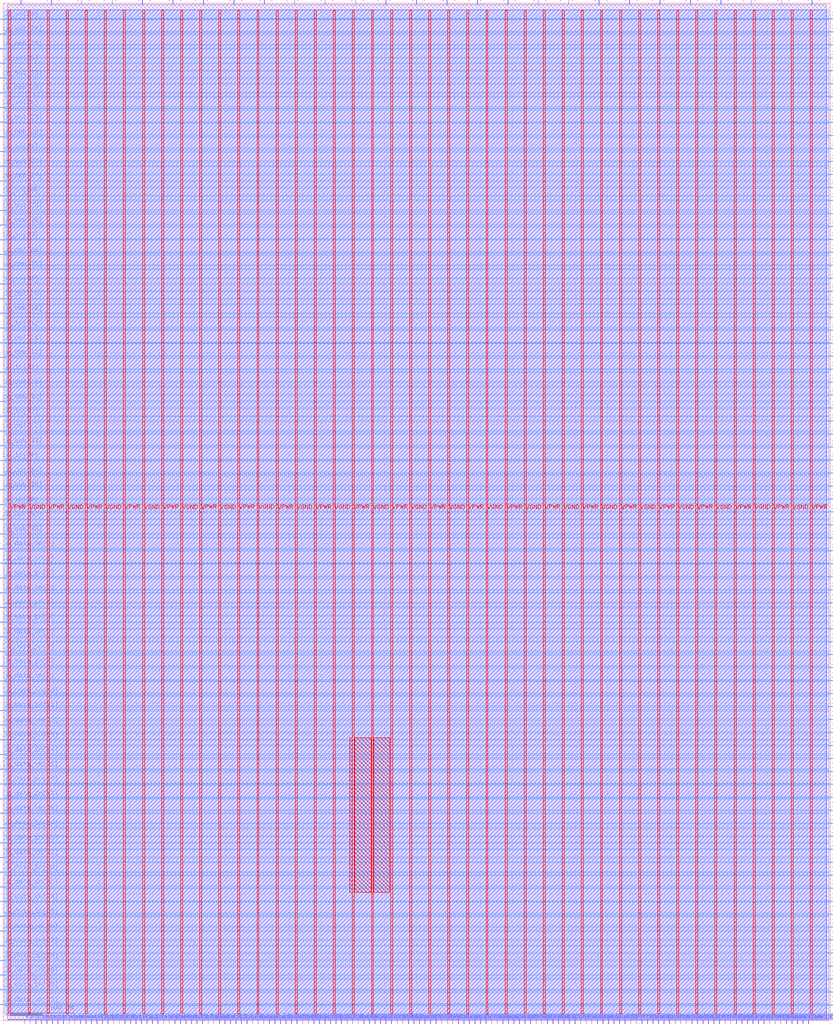
<source format=lef>
VERSION 5.7 ;
  NOWIREEXTENSIONATPIN ON ;
  DIVIDERCHAR "/" ;
  BUSBITCHARS "[]" ;
MACRO user_project_7
  CLASS BLOCK ;
  FOREIGN user_project_7 ;
  ORIGIN 0.000 0.000 ;
  SIZE 1300.000 BY 1600.000 ;
  PIN VGND
    DIRECTION INOUT ;
    USE GROUND ;
    PORT
      LAYER met4 ;
        RECT 38.970 10.640 42.070 1588.720 ;
    END
    PORT
      LAYER met4 ;
        RECT 98.970 10.640 102.070 1588.720 ;
    END
    PORT
      LAYER met4 ;
        RECT 158.970 10.640 162.070 1588.720 ;
    END
    PORT
      LAYER met4 ;
        RECT 218.970 10.640 222.070 1588.720 ;
    END
    PORT
      LAYER met4 ;
        RECT 278.970 10.640 282.070 1588.720 ;
    END
    PORT
      LAYER met4 ;
        RECT 338.970 10.640 342.070 1588.720 ;
    END
    PORT
      LAYER met4 ;
        RECT 398.970 10.640 402.070 1588.720 ;
    END
    PORT
      LAYER met4 ;
        RECT 458.970 10.640 462.070 1588.720 ;
    END
    PORT
      LAYER met4 ;
        RECT 518.970 10.640 522.070 1588.720 ;
    END
    PORT
      LAYER met4 ;
        RECT 578.970 10.640 582.070 1588.720 ;
    END
    PORT
      LAYER met4 ;
        RECT 638.970 10.640 642.070 1588.720 ;
    END
    PORT
      LAYER met4 ;
        RECT 698.970 10.640 702.070 1588.720 ;
    END
    PORT
      LAYER met4 ;
        RECT 758.970 10.640 762.070 1588.720 ;
    END
    PORT
      LAYER met4 ;
        RECT 818.970 10.640 822.070 1588.720 ;
    END
    PORT
      LAYER met4 ;
        RECT 878.970 10.640 882.070 1588.720 ;
    END
    PORT
      LAYER met4 ;
        RECT 938.970 10.640 942.070 1588.720 ;
    END
    PORT
      LAYER met4 ;
        RECT 998.970 10.640 1002.070 1588.720 ;
    END
    PORT
      LAYER met4 ;
        RECT 1058.970 10.640 1062.070 1588.720 ;
    END
    PORT
      LAYER met4 ;
        RECT 1118.970 10.640 1122.070 1588.720 ;
    END
    PORT
      LAYER met4 ;
        RECT 1178.970 10.640 1182.070 1588.720 ;
    END
    PORT
      LAYER met4 ;
        RECT 1238.970 10.640 1242.070 1588.720 ;
    END
  END VGND
  PIN VPWR
    DIRECTION INOUT ;
    USE POWER ;
    PORT
      LAYER met4 ;
        RECT 8.970 10.640 12.070 1588.720 ;
    END
    PORT
      LAYER met4 ;
        RECT 68.970 10.640 72.070 1588.720 ;
    END
    PORT
      LAYER met4 ;
        RECT 128.970 10.640 132.070 1588.720 ;
    END
    PORT
      LAYER met4 ;
        RECT 188.970 10.640 192.070 1588.720 ;
    END
    PORT
      LAYER met4 ;
        RECT 248.970 10.640 252.070 1588.720 ;
    END
    PORT
      LAYER met4 ;
        RECT 308.970 10.640 312.070 1588.720 ;
    END
    PORT
      LAYER met4 ;
        RECT 368.970 10.640 372.070 1588.720 ;
    END
    PORT
      LAYER met4 ;
        RECT 428.970 10.640 432.070 1588.720 ;
    END
    PORT
      LAYER met4 ;
        RECT 488.970 10.640 492.070 1588.720 ;
    END
    PORT
      LAYER met4 ;
        RECT 548.970 10.640 552.070 1588.720 ;
    END
    PORT
      LAYER met4 ;
        RECT 608.970 10.640 612.070 1588.720 ;
    END
    PORT
      LAYER met4 ;
        RECT 668.970 10.640 672.070 1588.720 ;
    END
    PORT
      LAYER met4 ;
        RECT 728.970 10.640 732.070 1588.720 ;
    END
    PORT
      LAYER met4 ;
        RECT 788.970 10.640 792.070 1588.720 ;
    END
    PORT
      LAYER met4 ;
        RECT 848.970 10.640 852.070 1588.720 ;
    END
    PORT
      LAYER met4 ;
        RECT 908.970 10.640 912.070 1588.720 ;
    END
    PORT
      LAYER met4 ;
        RECT 968.970 10.640 972.070 1588.720 ;
    END
    PORT
      LAYER met4 ;
        RECT 1028.970 10.640 1032.070 1588.720 ;
    END
    PORT
      LAYER met4 ;
        RECT 1088.970 10.640 1092.070 1588.720 ;
    END
    PORT
      LAYER met4 ;
        RECT 1148.970 10.640 1152.070 1588.720 ;
    END
    PORT
      LAYER met4 ;
        RECT 1208.970 10.640 1212.070 1588.720 ;
    END
    PORT
      LAYER met4 ;
        RECT 1268.970 10.640 1272.070 1588.720 ;
    END
  END VPWR
  PIN io_in[0]
    DIRECTION INPUT ;
    USE SIGNAL ;
    PORT
      LAYER met3 ;
        RECT 1297.600 677.020 1304.800 678.220 ;
    END
  END io_in[0]
  PIN io_in[10]
    DIRECTION INPUT ;
    USE SIGNAL ;
    PORT
      LAYER met3 ;
        RECT 1297.600 1289.020 1304.800 1290.220 ;
    END
  END io_in[10]
  PIN io_in[11]
    DIRECTION INPUT ;
    USE SIGNAL ;
    PORT
      LAYER met3 ;
        RECT 1297.600 1350.220 1304.800 1351.420 ;
    END
  END io_in[11]
  PIN io_in[12]
    DIRECTION INPUT ;
    USE SIGNAL ;
    PORT
      LAYER met3 ;
        RECT 1297.600 1411.420 1304.800 1412.620 ;
    END
  END io_in[12]
  PIN io_in[13]
    DIRECTION INPUT ;
    USE SIGNAL ;
    PORT
      LAYER met3 ;
        RECT 1297.600 1472.620 1304.800 1473.820 ;
    END
  END io_in[13]
  PIN io_in[14]
    DIRECTION INPUT ;
    USE SIGNAL ;
    PORT
      LAYER met3 ;
        RECT 1297.600 1533.820 1304.800 1535.020 ;
    END
  END io_in[14]
  PIN io_in[15]
    DIRECTION INPUT ;
    USE SIGNAL ;
    PORT
      LAYER met2 ;
        RECT 1271.390 1597.600 1271.950 1604.800 ;
    END
  END io_in[15]
  PIN io_in[16]
    DIRECTION INPUT ;
    USE SIGNAL ;
    PORT
      LAYER met2 ;
        RECT 1127.870 1597.600 1128.430 1604.800 ;
    END
  END io_in[16]
  PIN io_in[17]
    DIRECTION INPUT ;
    USE SIGNAL ;
    PORT
      LAYER met2 ;
        RECT 984.350 1597.600 984.910 1604.800 ;
    END
  END io_in[17]
  PIN io_in[18]
    DIRECTION INPUT ;
    USE SIGNAL ;
    PORT
      LAYER met2 ;
        RECT 840.830 1597.600 841.390 1604.800 ;
    END
  END io_in[18]
  PIN io_in[19]
    DIRECTION INPUT ;
    USE SIGNAL ;
    PORT
      LAYER met2 ;
        RECT 697.310 1597.600 697.870 1604.800 ;
    END
  END io_in[19]
  PIN io_in[1]
    DIRECTION INPUT ;
    USE SIGNAL ;
    PORT
      LAYER met3 ;
        RECT 1297.600 738.220 1304.800 739.420 ;
    END
  END io_in[1]
  PIN io_in[20]
    DIRECTION INPUT ;
    USE SIGNAL ;
    PORT
      LAYER met2 ;
        RECT 553.790 1597.600 554.350 1604.800 ;
    END
  END io_in[20]
  PIN io_in[21]
    DIRECTION INPUT ;
    USE SIGNAL ;
    PORT
      LAYER met2 ;
        RECT 410.270 1597.600 410.830 1604.800 ;
    END
  END io_in[21]
  PIN io_in[22]
    DIRECTION INPUT ;
    USE SIGNAL ;
    PORT
      LAYER met2 ;
        RECT 266.750 1597.600 267.310 1604.800 ;
    END
  END io_in[22]
  PIN io_in[23]
    DIRECTION INPUT ;
    USE SIGNAL ;
    PORT
      LAYER met2 ;
        RECT 123.230 1597.600 123.790 1604.800 ;
    END
  END io_in[23]
  PIN io_in[24]
    DIRECTION INPUT ;
    USE SIGNAL ;
    PORT
      LAYER met3 ;
        RECT -4.800 1573.940 2.400 1575.140 ;
    END
  END io_in[24]
  PIN io_in[25]
    DIRECTION INPUT ;
    USE SIGNAL ;
    PORT
      LAYER met3 ;
        RECT -4.800 1504.580 2.400 1505.780 ;
    END
  END io_in[25]
  PIN io_in[26]
    DIRECTION INPUT ;
    USE SIGNAL ;
    PORT
      LAYER met3 ;
        RECT -4.800 1435.220 2.400 1436.420 ;
    END
  END io_in[26]
  PIN io_in[27]
    DIRECTION INPUT ;
    USE SIGNAL ;
    PORT
      LAYER met3 ;
        RECT -4.800 1365.860 2.400 1367.060 ;
    END
  END io_in[27]
  PIN io_in[28]
    DIRECTION INPUT ;
    USE SIGNAL ;
    PORT
      LAYER met3 ;
        RECT -4.800 1296.500 2.400 1297.700 ;
    END
  END io_in[28]
  PIN io_in[29]
    DIRECTION INPUT ;
    USE SIGNAL ;
    PORT
      LAYER met3 ;
        RECT -4.800 1227.140 2.400 1228.340 ;
    END
  END io_in[29]
  PIN io_in[2]
    DIRECTION INPUT ;
    USE SIGNAL ;
    PORT
      LAYER met3 ;
        RECT 1297.600 799.420 1304.800 800.620 ;
    END
  END io_in[2]
  PIN io_in[30]
    DIRECTION INPUT ;
    USE SIGNAL ;
    PORT
      LAYER met3 ;
        RECT -4.800 1157.780 2.400 1158.980 ;
    END
  END io_in[30]
  PIN io_in[31]
    DIRECTION INPUT ;
    USE SIGNAL ;
    PORT
      LAYER met3 ;
        RECT -4.800 1088.420 2.400 1089.620 ;
    END
  END io_in[31]
  PIN io_in[32]
    DIRECTION INPUT ;
    USE SIGNAL ;
    PORT
      LAYER met3 ;
        RECT -4.800 1019.060 2.400 1020.260 ;
    END
  END io_in[32]
  PIN io_in[33]
    DIRECTION INPUT ;
    USE SIGNAL ;
    PORT
      LAYER met3 ;
        RECT -4.800 949.700 2.400 950.900 ;
    END
  END io_in[33]
  PIN io_in[34]
    DIRECTION INPUT ;
    USE SIGNAL ;
    PORT
      LAYER met3 ;
        RECT -4.800 880.340 2.400 881.540 ;
    END
  END io_in[34]
  PIN io_in[35]
    DIRECTION INPUT ;
    USE SIGNAL ;
    PORT
      LAYER met3 ;
        RECT -4.800 810.980 2.400 812.180 ;
    END
  END io_in[35]
  PIN io_in[3]
    DIRECTION INPUT ;
    USE SIGNAL ;
    PORT
      LAYER met3 ;
        RECT 1297.600 860.620 1304.800 861.820 ;
    END
  END io_in[3]
  PIN io_in[4]
    DIRECTION INPUT ;
    USE SIGNAL ;
    PORT
      LAYER met3 ;
        RECT 1297.600 921.820 1304.800 923.020 ;
    END
  END io_in[4]
  PIN io_in[5]
    DIRECTION INPUT ;
    USE SIGNAL ;
    PORT
      LAYER met3 ;
        RECT 1297.600 983.020 1304.800 984.220 ;
    END
  END io_in[5]
  PIN io_in[6]
    DIRECTION INPUT ;
    USE SIGNAL ;
    PORT
      LAYER met3 ;
        RECT 1297.600 1044.220 1304.800 1045.420 ;
    END
  END io_in[6]
  PIN io_in[7]
    DIRECTION INPUT ;
    USE SIGNAL ;
    PORT
      LAYER met3 ;
        RECT 1297.600 1105.420 1304.800 1106.620 ;
    END
  END io_in[7]
  PIN io_in[8]
    DIRECTION INPUT ;
    USE SIGNAL ;
    PORT
      LAYER met3 ;
        RECT 1297.600 1166.620 1304.800 1167.820 ;
    END
  END io_in[8]
  PIN io_in[9]
    DIRECTION INPUT ;
    USE SIGNAL ;
    PORT
      LAYER met3 ;
        RECT 1297.600 1227.820 1304.800 1229.020 ;
    END
  END io_in[9]
  PIN io_oeb[0]
    DIRECTION OUTPUT TRISTATE ;
    USE SIGNAL ;
    PORT
      LAYER met3 ;
        RECT 1297.600 717.820 1304.800 719.020 ;
    END
  END io_oeb[0]
  PIN io_oeb[10]
    DIRECTION OUTPUT TRISTATE ;
    USE SIGNAL ;
    PORT
      LAYER met3 ;
        RECT 1297.600 1329.820 1304.800 1331.020 ;
    END
  END io_oeb[10]
  PIN io_oeb[11]
    DIRECTION OUTPUT TRISTATE ;
    USE SIGNAL ;
    PORT
      LAYER met3 ;
        RECT 1297.600 1391.020 1304.800 1392.220 ;
    END
  END io_oeb[11]
  PIN io_oeb[12]
    DIRECTION OUTPUT TRISTATE ;
    USE SIGNAL ;
    PORT
      LAYER met3 ;
        RECT 1297.600 1452.220 1304.800 1453.420 ;
    END
  END io_oeb[12]
  PIN io_oeb[13]
    DIRECTION OUTPUT TRISTATE ;
    USE SIGNAL ;
    PORT
      LAYER met3 ;
        RECT 1297.600 1513.420 1304.800 1514.620 ;
    END
  END io_oeb[13]
  PIN io_oeb[14]
    DIRECTION OUTPUT TRISTATE ;
    USE SIGNAL ;
    PORT
      LAYER met3 ;
        RECT 1297.600 1574.620 1304.800 1575.820 ;
    END
  END io_oeb[14]
  PIN io_oeb[15]
    DIRECTION OUTPUT TRISTATE ;
    USE SIGNAL ;
    PORT
      LAYER met2 ;
        RECT 1175.710 1597.600 1176.270 1604.800 ;
    END
  END io_oeb[15]
  PIN io_oeb[16]
    DIRECTION OUTPUT TRISTATE ;
    USE SIGNAL ;
    PORT
      LAYER met2 ;
        RECT 1032.190 1597.600 1032.750 1604.800 ;
    END
  END io_oeb[16]
  PIN io_oeb[17]
    DIRECTION OUTPUT TRISTATE ;
    USE SIGNAL ;
    PORT
      LAYER met2 ;
        RECT 888.670 1597.600 889.230 1604.800 ;
    END
  END io_oeb[17]
  PIN io_oeb[18]
    DIRECTION OUTPUT TRISTATE ;
    USE SIGNAL ;
    PORT
      LAYER met2 ;
        RECT 745.150 1597.600 745.710 1604.800 ;
    END
  END io_oeb[18]
  PIN io_oeb[19]
    DIRECTION OUTPUT TRISTATE ;
    USE SIGNAL ;
    PORT
      LAYER met2 ;
        RECT 601.630 1597.600 602.190 1604.800 ;
    END
  END io_oeb[19]
  PIN io_oeb[1]
    DIRECTION OUTPUT TRISTATE ;
    USE SIGNAL ;
    PORT
      LAYER met3 ;
        RECT 1297.600 779.020 1304.800 780.220 ;
    END
  END io_oeb[1]
  PIN io_oeb[20]
    DIRECTION OUTPUT TRISTATE ;
    USE SIGNAL ;
    PORT
      LAYER met2 ;
        RECT 458.110 1597.600 458.670 1604.800 ;
    END
  END io_oeb[20]
  PIN io_oeb[21]
    DIRECTION OUTPUT TRISTATE ;
    USE SIGNAL ;
    PORT
      LAYER met2 ;
        RECT 314.590 1597.600 315.150 1604.800 ;
    END
  END io_oeb[21]
  PIN io_oeb[22]
    DIRECTION OUTPUT TRISTATE ;
    USE SIGNAL ;
    PORT
      LAYER met2 ;
        RECT 171.070 1597.600 171.630 1604.800 ;
    END
  END io_oeb[22]
  PIN io_oeb[23]
    DIRECTION OUTPUT TRISTATE ;
    USE SIGNAL ;
    PORT
      LAYER met2 ;
        RECT 27.550 1597.600 28.110 1604.800 ;
    END
  END io_oeb[23]
  PIN io_oeb[24]
    DIRECTION OUTPUT TRISTATE ;
    USE SIGNAL ;
    PORT
      LAYER met3 ;
        RECT -4.800 1527.700 2.400 1528.900 ;
    END
  END io_oeb[24]
  PIN io_oeb[25]
    DIRECTION OUTPUT TRISTATE ;
    USE SIGNAL ;
    PORT
      LAYER met3 ;
        RECT -4.800 1458.340 2.400 1459.540 ;
    END
  END io_oeb[25]
  PIN io_oeb[26]
    DIRECTION OUTPUT TRISTATE ;
    USE SIGNAL ;
    PORT
      LAYER met3 ;
        RECT -4.800 1388.980 2.400 1390.180 ;
    END
  END io_oeb[26]
  PIN io_oeb[27]
    DIRECTION OUTPUT TRISTATE ;
    USE SIGNAL ;
    PORT
      LAYER met3 ;
        RECT -4.800 1319.620 2.400 1320.820 ;
    END
  END io_oeb[27]
  PIN io_oeb[28]
    DIRECTION OUTPUT TRISTATE ;
    USE SIGNAL ;
    PORT
      LAYER met3 ;
        RECT -4.800 1250.260 2.400 1251.460 ;
    END
  END io_oeb[28]
  PIN io_oeb[29]
    DIRECTION OUTPUT TRISTATE ;
    USE SIGNAL ;
    PORT
      LAYER met3 ;
        RECT -4.800 1180.900 2.400 1182.100 ;
    END
  END io_oeb[29]
  PIN io_oeb[2]
    DIRECTION OUTPUT TRISTATE ;
    USE SIGNAL ;
    PORT
      LAYER met3 ;
        RECT 1297.600 840.220 1304.800 841.420 ;
    END
  END io_oeb[2]
  PIN io_oeb[30]
    DIRECTION OUTPUT TRISTATE ;
    USE SIGNAL ;
    PORT
      LAYER met3 ;
        RECT -4.800 1111.540 2.400 1112.740 ;
    END
  END io_oeb[30]
  PIN io_oeb[31]
    DIRECTION OUTPUT TRISTATE ;
    USE SIGNAL ;
    PORT
      LAYER met3 ;
        RECT -4.800 1042.180 2.400 1043.380 ;
    END
  END io_oeb[31]
  PIN io_oeb[32]
    DIRECTION OUTPUT TRISTATE ;
    USE SIGNAL ;
    PORT
      LAYER met3 ;
        RECT -4.800 972.820 2.400 974.020 ;
    END
  END io_oeb[32]
  PIN io_oeb[33]
    DIRECTION OUTPUT TRISTATE ;
    USE SIGNAL ;
    PORT
      LAYER met3 ;
        RECT -4.800 903.460 2.400 904.660 ;
    END
  END io_oeb[33]
  PIN io_oeb[34]
    DIRECTION OUTPUT TRISTATE ;
    USE SIGNAL ;
    PORT
      LAYER met3 ;
        RECT -4.800 834.100 2.400 835.300 ;
    END
  END io_oeb[34]
  PIN io_oeb[35]
    DIRECTION OUTPUT TRISTATE ;
    USE SIGNAL ;
    PORT
      LAYER met3 ;
        RECT -4.800 764.740 2.400 765.940 ;
    END
  END io_oeb[35]
  PIN io_oeb[3]
    DIRECTION OUTPUT TRISTATE ;
    USE SIGNAL ;
    PORT
      LAYER met3 ;
        RECT 1297.600 901.420 1304.800 902.620 ;
    END
  END io_oeb[3]
  PIN io_oeb[4]
    DIRECTION OUTPUT TRISTATE ;
    USE SIGNAL ;
    PORT
      LAYER met3 ;
        RECT 1297.600 962.620 1304.800 963.820 ;
    END
  END io_oeb[4]
  PIN io_oeb[5]
    DIRECTION OUTPUT TRISTATE ;
    USE SIGNAL ;
    PORT
      LAYER met3 ;
        RECT 1297.600 1023.820 1304.800 1025.020 ;
    END
  END io_oeb[5]
  PIN io_oeb[6]
    DIRECTION OUTPUT TRISTATE ;
    USE SIGNAL ;
    PORT
      LAYER met3 ;
        RECT 1297.600 1085.020 1304.800 1086.220 ;
    END
  END io_oeb[6]
  PIN io_oeb[7]
    DIRECTION OUTPUT TRISTATE ;
    USE SIGNAL ;
    PORT
      LAYER met3 ;
        RECT 1297.600 1146.220 1304.800 1147.420 ;
    END
  END io_oeb[7]
  PIN io_oeb[8]
    DIRECTION OUTPUT TRISTATE ;
    USE SIGNAL ;
    PORT
      LAYER met3 ;
        RECT 1297.600 1207.420 1304.800 1208.620 ;
    END
  END io_oeb[8]
  PIN io_oeb[9]
    DIRECTION OUTPUT TRISTATE ;
    USE SIGNAL ;
    PORT
      LAYER met3 ;
        RECT 1297.600 1268.620 1304.800 1269.820 ;
    END
  END io_oeb[9]
  PIN io_out[0]
    DIRECTION OUTPUT TRISTATE ;
    USE SIGNAL ;
    PORT
      LAYER met3 ;
        RECT 1297.600 697.420 1304.800 698.620 ;
    END
  END io_out[0]
  PIN io_out[10]
    DIRECTION OUTPUT TRISTATE ;
    USE SIGNAL ;
    PORT
      LAYER met3 ;
        RECT 1297.600 1309.420 1304.800 1310.620 ;
    END
  END io_out[10]
  PIN io_out[11]
    DIRECTION OUTPUT TRISTATE ;
    USE SIGNAL ;
    PORT
      LAYER met3 ;
        RECT 1297.600 1370.620 1304.800 1371.820 ;
    END
  END io_out[11]
  PIN io_out[12]
    DIRECTION OUTPUT TRISTATE ;
    USE SIGNAL ;
    PORT
      LAYER met3 ;
        RECT 1297.600 1431.820 1304.800 1433.020 ;
    END
  END io_out[12]
  PIN io_out[13]
    DIRECTION OUTPUT TRISTATE ;
    USE SIGNAL ;
    PORT
      LAYER met3 ;
        RECT 1297.600 1493.020 1304.800 1494.220 ;
    END
  END io_out[13]
  PIN io_out[14]
    DIRECTION OUTPUT TRISTATE ;
    USE SIGNAL ;
    PORT
      LAYER met3 ;
        RECT 1297.600 1554.220 1304.800 1555.420 ;
    END
  END io_out[14]
  PIN io_out[15]
    DIRECTION OUTPUT TRISTATE ;
    USE SIGNAL ;
    PORT
      LAYER met2 ;
        RECT 1223.550 1597.600 1224.110 1604.800 ;
    END
  END io_out[15]
  PIN io_out[16]
    DIRECTION OUTPUT TRISTATE ;
    USE SIGNAL ;
    PORT
      LAYER met2 ;
        RECT 1080.030 1597.600 1080.590 1604.800 ;
    END
  END io_out[16]
  PIN io_out[17]
    DIRECTION OUTPUT TRISTATE ;
    USE SIGNAL ;
    PORT
      LAYER met2 ;
        RECT 936.510 1597.600 937.070 1604.800 ;
    END
  END io_out[17]
  PIN io_out[18]
    DIRECTION OUTPUT TRISTATE ;
    USE SIGNAL ;
    PORT
      LAYER met2 ;
        RECT 792.990 1597.600 793.550 1604.800 ;
    END
  END io_out[18]
  PIN io_out[19]
    DIRECTION OUTPUT TRISTATE ;
    USE SIGNAL ;
    PORT
      LAYER met2 ;
        RECT 649.470 1597.600 650.030 1604.800 ;
    END
  END io_out[19]
  PIN io_out[1]
    DIRECTION OUTPUT TRISTATE ;
    USE SIGNAL ;
    PORT
      LAYER met3 ;
        RECT 1297.600 758.620 1304.800 759.820 ;
    END
  END io_out[1]
  PIN io_out[20]
    DIRECTION OUTPUT TRISTATE ;
    USE SIGNAL ;
    PORT
      LAYER met2 ;
        RECT 505.950 1597.600 506.510 1604.800 ;
    END
  END io_out[20]
  PIN io_out[21]
    DIRECTION OUTPUT TRISTATE ;
    USE SIGNAL ;
    PORT
      LAYER met2 ;
        RECT 362.430 1597.600 362.990 1604.800 ;
    END
  END io_out[21]
  PIN io_out[22]
    DIRECTION OUTPUT TRISTATE ;
    USE SIGNAL ;
    PORT
      LAYER met2 ;
        RECT 218.910 1597.600 219.470 1604.800 ;
    END
  END io_out[22]
  PIN io_out[23]
    DIRECTION OUTPUT TRISTATE ;
    USE SIGNAL ;
    PORT
      LAYER met2 ;
        RECT 75.390 1597.600 75.950 1604.800 ;
    END
  END io_out[23]
  PIN io_out[24]
    DIRECTION OUTPUT TRISTATE ;
    USE SIGNAL ;
    PORT
      LAYER met3 ;
        RECT -4.800 1550.820 2.400 1552.020 ;
    END
  END io_out[24]
  PIN io_out[25]
    DIRECTION OUTPUT TRISTATE ;
    USE SIGNAL ;
    PORT
      LAYER met3 ;
        RECT -4.800 1481.460 2.400 1482.660 ;
    END
  END io_out[25]
  PIN io_out[26]
    DIRECTION OUTPUT TRISTATE ;
    USE SIGNAL ;
    PORT
      LAYER met3 ;
        RECT -4.800 1412.100 2.400 1413.300 ;
    END
  END io_out[26]
  PIN io_out[27]
    DIRECTION OUTPUT TRISTATE ;
    USE SIGNAL ;
    PORT
      LAYER met3 ;
        RECT -4.800 1342.740 2.400 1343.940 ;
    END
  END io_out[27]
  PIN io_out[28]
    DIRECTION OUTPUT TRISTATE ;
    USE SIGNAL ;
    PORT
      LAYER met3 ;
        RECT -4.800 1273.380 2.400 1274.580 ;
    END
  END io_out[28]
  PIN io_out[29]
    DIRECTION OUTPUT TRISTATE ;
    USE SIGNAL ;
    PORT
      LAYER met3 ;
        RECT -4.800 1204.020 2.400 1205.220 ;
    END
  END io_out[29]
  PIN io_out[2]
    DIRECTION OUTPUT TRISTATE ;
    USE SIGNAL ;
    PORT
      LAYER met3 ;
        RECT 1297.600 819.820 1304.800 821.020 ;
    END
  END io_out[2]
  PIN io_out[30]
    DIRECTION OUTPUT TRISTATE ;
    USE SIGNAL ;
    PORT
      LAYER met3 ;
        RECT -4.800 1134.660 2.400 1135.860 ;
    END
  END io_out[30]
  PIN io_out[31]
    DIRECTION OUTPUT TRISTATE ;
    USE SIGNAL ;
    PORT
      LAYER met3 ;
        RECT -4.800 1065.300 2.400 1066.500 ;
    END
  END io_out[31]
  PIN io_out[32]
    DIRECTION OUTPUT TRISTATE ;
    USE SIGNAL ;
    PORT
      LAYER met3 ;
        RECT -4.800 995.940 2.400 997.140 ;
    END
  END io_out[32]
  PIN io_out[33]
    DIRECTION OUTPUT TRISTATE ;
    USE SIGNAL ;
    PORT
      LAYER met3 ;
        RECT -4.800 926.580 2.400 927.780 ;
    END
  END io_out[33]
  PIN io_out[34]
    DIRECTION OUTPUT TRISTATE ;
    USE SIGNAL ;
    PORT
      LAYER met3 ;
        RECT -4.800 857.220 2.400 858.420 ;
    END
  END io_out[34]
  PIN io_out[35]
    DIRECTION OUTPUT TRISTATE ;
    USE SIGNAL ;
    PORT
      LAYER met3 ;
        RECT -4.800 787.860 2.400 789.060 ;
    END
  END io_out[35]
  PIN io_out[3]
    DIRECTION OUTPUT TRISTATE ;
    USE SIGNAL ;
    PORT
      LAYER met3 ;
        RECT 1297.600 881.020 1304.800 882.220 ;
    END
  END io_out[3]
  PIN io_out[4]
    DIRECTION OUTPUT TRISTATE ;
    USE SIGNAL ;
    PORT
      LAYER met3 ;
        RECT 1297.600 942.220 1304.800 943.420 ;
    END
  END io_out[4]
  PIN io_out[5]
    DIRECTION OUTPUT TRISTATE ;
    USE SIGNAL ;
    PORT
      LAYER met3 ;
        RECT 1297.600 1003.420 1304.800 1004.620 ;
    END
  END io_out[5]
  PIN io_out[6]
    DIRECTION OUTPUT TRISTATE ;
    USE SIGNAL ;
    PORT
      LAYER met3 ;
        RECT 1297.600 1064.620 1304.800 1065.820 ;
    END
  END io_out[6]
  PIN io_out[7]
    DIRECTION OUTPUT TRISTATE ;
    USE SIGNAL ;
    PORT
      LAYER met3 ;
        RECT 1297.600 1125.820 1304.800 1127.020 ;
    END
  END io_out[7]
  PIN io_out[8]
    DIRECTION OUTPUT TRISTATE ;
    USE SIGNAL ;
    PORT
      LAYER met3 ;
        RECT 1297.600 1187.020 1304.800 1188.220 ;
    END
  END io_out[8]
  PIN io_out[9]
    DIRECTION OUTPUT TRISTATE ;
    USE SIGNAL ;
    PORT
      LAYER met3 ;
        RECT 1297.600 1248.220 1304.800 1249.420 ;
    END
  END io_out[9]
  PIN la_data_in[0]
    DIRECTION INPUT ;
    USE SIGNAL ;
    PORT
      LAYER met3 ;
        RECT -4.800 741.620 2.400 742.820 ;
    END
  END la_data_in[0]
  PIN la_data_in[10]
    DIRECTION INPUT ;
    USE SIGNAL ;
    PORT
      LAYER met3 ;
        RECT -4.800 510.420 2.400 511.620 ;
    END
  END la_data_in[10]
  PIN la_data_in[11]
    DIRECTION INPUT ;
    USE SIGNAL ;
    PORT
      LAYER met3 ;
        RECT -4.800 487.300 2.400 488.500 ;
    END
  END la_data_in[11]
  PIN la_data_in[12]
    DIRECTION INPUT ;
    USE SIGNAL ;
    PORT
      LAYER met3 ;
        RECT -4.800 464.180 2.400 465.380 ;
    END
  END la_data_in[12]
  PIN la_data_in[13]
    DIRECTION INPUT ;
    USE SIGNAL ;
    PORT
      LAYER met3 ;
        RECT -4.800 441.060 2.400 442.260 ;
    END
  END la_data_in[13]
  PIN la_data_in[14]
    DIRECTION INPUT ;
    USE SIGNAL ;
    PORT
      LAYER met3 ;
        RECT -4.800 417.940 2.400 419.140 ;
    END
  END la_data_in[14]
  PIN la_data_in[15]
    DIRECTION INPUT ;
    USE SIGNAL ;
    PORT
      LAYER met3 ;
        RECT -4.800 394.820 2.400 396.020 ;
    END
  END la_data_in[15]
  PIN la_data_in[16]
    DIRECTION INPUT ;
    USE SIGNAL ;
    PORT
      LAYER met3 ;
        RECT -4.800 371.700 2.400 372.900 ;
    END
  END la_data_in[16]
  PIN la_data_in[17]
    DIRECTION INPUT ;
    USE SIGNAL ;
    PORT
      LAYER met3 ;
        RECT -4.800 348.580 2.400 349.780 ;
    END
  END la_data_in[17]
  PIN la_data_in[18]
    DIRECTION INPUT ;
    USE SIGNAL ;
    PORT
      LAYER met3 ;
        RECT -4.800 325.460 2.400 326.660 ;
    END
  END la_data_in[18]
  PIN la_data_in[19]
    DIRECTION INPUT ;
    USE SIGNAL ;
    PORT
      LAYER met3 ;
        RECT -4.800 302.340 2.400 303.540 ;
    END
  END la_data_in[19]
  PIN la_data_in[1]
    DIRECTION INPUT ;
    USE SIGNAL ;
    PORT
      LAYER met3 ;
        RECT -4.800 718.500 2.400 719.700 ;
    END
  END la_data_in[1]
  PIN la_data_in[20]
    DIRECTION INPUT ;
    USE SIGNAL ;
    PORT
      LAYER met3 ;
        RECT -4.800 279.220 2.400 280.420 ;
    END
  END la_data_in[20]
  PIN la_data_in[21]
    DIRECTION INPUT ;
    USE SIGNAL ;
    PORT
      LAYER met3 ;
        RECT -4.800 256.100 2.400 257.300 ;
    END
  END la_data_in[21]
  PIN la_data_in[22]
    DIRECTION INPUT ;
    USE SIGNAL ;
    PORT
      LAYER met3 ;
        RECT -4.800 232.980 2.400 234.180 ;
    END
  END la_data_in[22]
  PIN la_data_in[23]
    DIRECTION INPUT ;
    USE SIGNAL ;
    PORT
      LAYER met3 ;
        RECT -4.800 209.860 2.400 211.060 ;
    END
  END la_data_in[23]
  PIN la_data_in[24]
    DIRECTION INPUT ;
    USE SIGNAL ;
    PORT
      LAYER met3 ;
        RECT -4.800 186.740 2.400 187.940 ;
    END
  END la_data_in[24]
  PIN la_data_in[25]
    DIRECTION INPUT ;
    USE SIGNAL ;
    PORT
      LAYER met3 ;
        RECT -4.800 163.620 2.400 164.820 ;
    END
  END la_data_in[25]
  PIN la_data_in[26]
    DIRECTION INPUT ;
    USE SIGNAL ;
    PORT
      LAYER met3 ;
        RECT -4.800 140.500 2.400 141.700 ;
    END
  END la_data_in[26]
  PIN la_data_in[27]
    DIRECTION INPUT ;
    USE SIGNAL ;
    PORT
      LAYER met3 ;
        RECT -4.800 117.380 2.400 118.580 ;
    END
  END la_data_in[27]
  PIN la_data_in[28]
    DIRECTION INPUT ;
    USE SIGNAL ;
    PORT
      LAYER met3 ;
        RECT -4.800 94.260 2.400 95.460 ;
    END
  END la_data_in[28]
  PIN la_data_in[29]
    DIRECTION INPUT ;
    USE SIGNAL ;
    PORT
      LAYER met3 ;
        RECT -4.800 71.140 2.400 72.340 ;
    END
  END la_data_in[29]
  PIN la_data_in[2]
    DIRECTION INPUT ;
    USE SIGNAL ;
    PORT
      LAYER met3 ;
        RECT -4.800 695.380 2.400 696.580 ;
    END
  END la_data_in[2]
  PIN la_data_in[30]
    DIRECTION INPUT ;
    USE SIGNAL ;
    PORT
      LAYER met3 ;
        RECT -4.800 48.020 2.400 49.220 ;
    END
  END la_data_in[30]
  PIN la_data_in[31]
    DIRECTION INPUT ;
    USE SIGNAL ;
    PORT
      LAYER met3 ;
        RECT -4.800 24.900 2.400 26.100 ;
    END
  END la_data_in[31]
  PIN la_data_in[3]
    DIRECTION INPUT ;
    USE SIGNAL ;
    PORT
      LAYER met3 ;
        RECT -4.800 672.260 2.400 673.460 ;
    END
  END la_data_in[3]
  PIN la_data_in[4]
    DIRECTION INPUT ;
    USE SIGNAL ;
    PORT
      LAYER met3 ;
        RECT -4.800 649.140 2.400 650.340 ;
    END
  END la_data_in[4]
  PIN la_data_in[5]
    DIRECTION INPUT ;
    USE SIGNAL ;
    PORT
      LAYER met3 ;
        RECT -4.800 626.020 2.400 627.220 ;
    END
  END la_data_in[5]
  PIN la_data_in[6]
    DIRECTION INPUT ;
    USE SIGNAL ;
    PORT
      LAYER met3 ;
        RECT -4.800 602.900 2.400 604.100 ;
    END
  END la_data_in[6]
  PIN la_data_in[7]
    DIRECTION INPUT ;
    USE SIGNAL ;
    PORT
      LAYER met3 ;
        RECT -4.800 579.780 2.400 580.980 ;
    END
  END la_data_in[7]
  PIN la_data_in[8]
    DIRECTION INPUT ;
    USE SIGNAL ;
    PORT
      LAYER met3 ;
        RECT -4.800 556.660 2.400 557.860 ;
    END
  END la_data_in[8]
  PIN la_data_in[9]
    DIRECTION INPUT ;
    USE SIGNAL ;
    PORT
      LAYER met3 ;
        RECT -4.800 533.540 2.400 534.740 ;
    END
  END la_data_in[9]
  PIN la_data_out[0]
    DIRECTION OUTPUT TRISTATE ;
    USE SIGNAL ;
    PORT
      LAYER met2 ;
        RECT 959.970 -4.800 960.530 2.400 ;
    END
  END la_data_out[0]
  PIN la_data_out[10]
    DIRECTION OUTPUT TRISTATE ;
    USE SIGNAL ;
    PORT
      LAYER met2 ;
        RECT 1047.370 -4.800 1047.930 2.400 ;
    END
  END la_data_out[10]
  PIN la_data_out[11]
    DIRECTION OUTPUT TRISTATE ;
    USE SIGNAL ;
    PORT
      LAYER met2 ;
        RECT 1056.110 -4.800 1056.670 2.400 ;
    END
  END la_data_out[11]
  PIN la_data_out[12]
    DIRECTION OUTPUT TRISTATE ;
    USE SIGNAL ;
    PORT
      LAYER met2 ;
        RECT 1064.850 -4.800 1065.410 2.400 ;
    END
  END la_data_out[12]
  PIN la_data_out[13]
    DIRECTION OUTPUT TRISTATE ;
    USE SIGNAL ;
    PORT
      LAYER met2 ;
        RECT 1073.590 -4.800 1074.150 2.400 ;
    END
  END la_data_out[13]
  PIN la_data_out[14]
    DIRECTION OUTPUT TRISTATE ;
    USE SIGNAL ;
    PORT
      LAYER met2 ;
        RECT 1082.330 -4.800 1082.890 2.400 ;
    END
  END la_data_out[14]
  PIN la_data_out[15]
    DIRECTION OUTPUT TRISTATE ;
    USE SIGNAL ;
    PORT
      LAYER met2 ;
        RECT 1091.070 -4.800 1091.630 2.400 ;
    END
  END la_data_out[15]
  PIN la_data_out[16]
    DIRECTION OUTPUT TRISTATE ;
    USE SIGNAL ;
    PORT
      LAYER met2 ;
        RECT 1099.810 -4.800 1100.370 2.400 ;
    END
  END la_data_out[16]
  PIN la_data_out[17]
    DIRECTION OUTPUT TRISTATE ;
    USE SIGNAL ;
    PORT
      LAYER met2 ;
        RECT 1108.550 -4.800 1109.110 2.400 ;
    END
  END la_data_out[17]
  PIN la_data_out[18]
    DIRECTION OUTPUT TRISTATE ;
    USE SIGNAL ;
    PORT
      LAYER met2 ;
        RECT 1117.290 -4.800 1117.850 2.400 ;
    END
  END la_data_out[18]
  PIN la_data_out[19]
    DIRECTION OUTPUT TRISTATE ;
    USE SIGNAL ;
    PORT
      LAYER met2 ;
        RECT 1126.030 -4.800 1126.590 2.400 ;
    END
  END la_data_out[19]
  PIN la_data_out[1]
    DIRECTION OUTPUT TRISTATE ;
    USE SIGNAL ;
    PORT
      LAYER met2 ;
        RECT 968.710 -4.800 969.270 2.400 ;
    END
  END la_data_out[1]
  PIN la_data_out[20]
    DIRECTION OUTPUT TRISTATE ;
    USE SIGNAL ;
    PORT
      LAYER met2 ;
        RECT 1134.770 -4.800 1135.330 2.400 ;
    END
  END la_data_out[20]
  PIN la_data_out[21]
    DIRECTION OUTPUT TRISTATE ;
    USE SIGNAL ;
    PORT
      LAYER met2 ;
        RECT 1143.510 -4.800 1144.070 2.400 ;
    END
  END la_data_out[21]
  PIN la_data_out[22]
    DIRECTION OUTPUT TRISTATE ;
    USE SIGNAL ;
    PORT
      LAYER met2 ;
        RECT 1152.250 -4.800 1152.810 2.400 ;
    END
  END la_data_out[22]
  PIN la_data_out[23]
    DIRECTION OUTPUT TRISTATE ;
    USE SIGNAL ;
    PORT
      LAYER met2 ;
        RECT 1160.990 -4.800 1161.550 2.400 ;
    END
  END la_data_out[23]
  PIN la_data_out[24]
    DIRECTION OUTPUT TRISTATE ;
    USE SIGNAL ;
    PORT
      LAYER met2 ;
        RECT 1169.730 -4.800 1170.290 2.400 ;
    END
  END la_data_out[24]
  PIN la_data_out[25]
    DIRECTION OUTPUT TRISTATE ;
    USE SIGNAL ;
    PORT
      LAYER met2 ;
        RECT 1178.470 -4.800 1179.030 2.400 ;
    END
  END la_data_out[25]
  PIN la_data_out[26]
    DIRECTION OUTPUT TRISTATE ;
    USE SIGNAL ;
    PORT
      LAYER met2 ;
        RECT 1187.210 -4.800 1187.770 2.400 ;
    END
  END la_data_out[26]
  PIN la_data_out[27]
    DIRECTION OUTPUT TRISTATE ;
    USE SIGNAL ;
    PORT
      LAYER met2 ;
        RECT 1195.950 -4.800 1196.510 2.400 ;
    END
  END la_data_out[27]
  PIN la_data_out[28]
    DIRECTION OUTPUT TRISTATE ;
    USE SIGNAL ;
    PORT
      LAYER met2 ;
        RECT 1204.690 -4.800 1205.250 2.400 ;
    END
  END la_data_out[28]
  PIN la_data_out[29]
    DIRECTION OUTPUT TRISTATE ;
    USE SIGNAL ;
    PORT
      LAYER met2 ;
        RECT 1213.430 -4.800 1213.990 2.400 ;
    END
  END la_data_out[29]
  PIN la_data_out[2]
    DIRECTION OUTPUT TRISTATE ;
    USE SIGNAL ;
    PORT
      LAYER met2 ;
        RECT 977.450 -4.800 978.010 2.400 ;
    END
  END la_data_out[2]
  PIN la_data_out[30]
    DIRECTION OUTPUT TRISTATE ;
    USE SIGNAL ;
    PORT
      LAYER met2 ;
        RECT 1222.170 -4.800 1222.730 2.400 ;
    END
  END la_data_out[30]
  PIN la_data_out[31]
    DIRECTION OUTPUT TRISTATE ;
    USE SIGNAL ;
    PORT
      LAYER met2 ;
        RECT 1230.910 -4.800 1231.470 2.400 ;
    END
  END la_data_out[31]
  PIN la_data_out[3]
    DIRECTION OUTPUT TRISTATE ;
    USE SIGNAL ;
    PORT
      LAYER met2 ;
        RECT 986.190 -4.800 986.750 2.400 ;
    END
  END la_data_out[3]
  PIN la_data_out[4]
    DIRECTION OUTPUT TRISTATE ;
    USE SIGNAL ;
    PORT
      LAYER met2 ;
        RECT 994.930 -4.800 995.490 2.400 ;
    END
  END la_data_out[4]
  PIN la_data_out[5]
    DIRECTION OUTPUT TRISTATE ;
    USE SIGNAL ;
    PORT
      LAYER met2 ;
        RECT 1003.670 -4.800 1004.230 2.400 ;
    END
  END la_data_out[5]
  PIN la_data_out[6]
    DIRECTION OUTPUT TRISTATE ;
    USE SIGNAL ;
    PORT
      LAYER met2 ;
        RECT 1012.410 -4.800 1012.970 2.400 ;
    END
  END la_data_out[6]
  PIN la_data_out[7]
    DIRECTION OUTPUT TRISTATE ;
    USE SIGNAL ;
    PORT
      LAYER met2 ;
        RECT 1021.150 -4.800 1021.710 2.400 ;
    END
  END la_data_out[7]
  PIN la_data_out[8]
    DIRECTION OUTPUT TRISTATE ;
    USE SIGNAL ;
    PORT
      LAYER met2 ;
        RECT 1029.890 -4.800 1030.450 2.400 ;
    END
  END la_data_out[8]
  PIN la_data_out[9]
    DIRECTION OUTPUT TRISTATE ;
    USE SIGNAL ;
    PORT
      LAYER met2 ;
        RECT 1038.630 -4.800 1039.190 2.400 ;
    END
  END la_data_out[9]
  PIN la_oenb[0]
    DIRECTION INPUT ;
    USE SIGNAL ;
    PORT
      LAYER met3 ;
        RECT 1297.600 24.220 1304.800 25.420 ;
    END
  END la_oenb[0]
  PIN la_oenb[10]
    DIRECTION INPUT ;
    USE SIGNAL ;
    PORT
      LAYER met3 ;
        RECT 1297.600 228.220 1304.800 229.420 ;
    END
  END la_oenb[10]
  PIN la_oenb[11]
    DIRECTION INPUT ;
    USE SIGNAL ;
    PORT
      LAYER met3 ;
        RECT 1297.600 248.620 1304.800 249.820 ;
    END
  END la_oenb[11]
  PIN la_oenb[12]
    DIRECTION INPUT ;
    USE SIGNAL ;
    PORT
      LAYER met3 ;
        RECT 1297.600 269.020 1304.800 270.220 ;
    END
  END la_oenb[12]
  PIN la_oenb[13]
    DIRECTION INPUT ;
    USE SIGNAL ;
    PORT
      LAYER met3 ;
        RECT 1297.600 289.420 1304.800 290.620 ;
    END
  END la_oenb[13]
  PIN la_oenb[14]
    DIRECTION INPUT ;
    USE SIGNAL ;
    PORT
      LAYER met3 ;
        RECT 1297.600 309.820 1304.800 311.020 ;
    END
  END la_oenb[14]
  PIN la_oenb[15]
    DIRECTION INPUT ;
    USE SIGNAL ;
    PORT
      LAYER met3 ;
        RECT 1297.600 330.220 1304.800 331.420 ;
    END
  END la_oenb[15]
  PIN la_oenb[16]
    DIRECTION INPUT ;
    USE SIGNAL ;
    PORT
      LAYER met3 ;
        RECT 1297.600 350.620 1304.800 351.820 ;
    END
  END la_oenb[16]
  PIN la_oenb[17]
    DIRECTION INPUT ;
    USE SIGNAL ;
    PORT
      LAYER met3 ;
        RECT 1297.600 371.020 1304.800 372.220 ;
    END
  END la_oenb[17]
  PIN la_oenb[18]
    DIRECTION INPUT ;
    USE SIGNAL ;
    PORT
      LAYER met3 ;
        RECT 1297.600 391.420 1304.800 392.620 ;
    END
  END la_oenb[18]
  PIN la_oenb[19]
    DIRECTION INPUT ;
    USE SIGNAL ;
    PORT
      LAYER met3 ;
        RECT 1297.600 411.820 1304.800 413.020 ;
    END
  END la_oenb[19]
  PIN la_oenb[1]
    DIRECTION INPUT ;
    USE SIGNAL ;
    PORT
      LAYER met3 ;
        RECT 1297.600 44.620 1304.800 45.820 ;
    END
  END la_oenb[1]
  PIN la_oenb[20]
    DIRECTION INPUT ;
    USE SIGNAL ;
    PORT
      LAYER met3 ;
        RECT 1297.600 432.220 1304.800 433.420 ;
    END
  END la_oenb[20]
  PIN la_oenb[21]
    DIRECTION INPUT ;
    USE SIGNAL ;
    PORT
      LAYER met3 ;
        RECT 1297.600 452.620 1304.800 453.820 ;
    END
  END la_oenb[21]
  PIN la_oenb[22]
    DIRECTION INPUT ;
    USE SIGNAL ;
    PORT
      LAYER met3 ;
        RECT 1297.600 473.020 1304.800 474.220 ;
    END
  END la_oenb[22]
  PIN la_oenb[23]
    DIRECTION INPUT ;
    USE SIGNAL ;
    PORT
      LAYER met3 ;
        RECT 1297.600 493.420 1304.800 494.620 ;
    END
  END la_oenb[23]
  PIN la_oenb[24]
    DIRECTION INPUT ;
    USE SIGNAL ;
    PORT
      LAYER met3 ;
        RECT 1297.600 513.820 1304.800 515.020 ;
    END
  END la_oenb[24]
  PIN la_oenb[25]
    DIRECTION INPUT ;
    USE SIGNAL ;
    PORT
      LAYER met3 ;
        RECT 1297.600 534.220 1304.800 535.420 ;
    END
  END la_oenb[25]
  PIN la_oenb[26]
    DIRECTION INPUT ;
    USE SIGNAL ;
    PORT
      LAYER met3 ;
        RECT 1297.600 554.620 1304.800 555.820 ;
    END
  END la_oenb[26]
  PIN la_oenb[27]
    DIRECTION INPUT ;
    USE SIGNAL ;
    PORT
      LAYER met3 ;
        RECT 1297.600 575.020 1304.800 576.220 ;
    END
  END la_oenb[27]
  PIN la_oenb[28]
    DIRECTION INPUT ;
    USE SIGNAL ;
    PORT
      LAYER met3 ;
        RECT 1297.600 595.420 1304.800 596.620 ;
    END
  END la_oenb[28]
  PIN la_oenb[29]
    DIRECTION INPUT ;
    USE SIGNAL ;
    PORT
      LAYER met3 ;
        RECT 1297.600 615.820 1304.800 617.020 ;
    END
  END la_oenb[29]
  PIN la_oenb[2]
    DIRECTION INPUT ;
    USE SIGNAL ;
    PORT
      LAYER met3 ;
        RECT 1297.600 65.020 1304.800 66.220 ;
    END
  END la_oenb[2]
  PIN la_oenb[30]
    DIRECTION INPUT ;
    USE SIGNAL ;
    PORT
      LAYER met3 ;
        RECT 1297.600 636.220 1304.800 637.420 ;
    END
  END la_oenb[30]
  PIN la_oenb[31]
    DIRECTION INPUT ;
    USE SIGNAL ;
    PORT
      LAYER met3 ;
        RECT 1297.600 656.620 1304.800 657.820 ;
    END
  END la_oenb[31]
  PIN la_oenb[3]
    DIRECTION INPUT ;
    USE SIGNAL ;
    PORT
      LAYER met3 ;
        RECT 1297.600 85.420 1304.800 86.620 ;
    END
  END la_oenb[3]
  PIN la_oenb[4]
    DIRECTION INPUT ;
    USE SIGNAL ;
    PORT
      LAYER met3 ;
        RECT 1297.600 105.820 1304.800 107.020 ;
    END
  END la_oenb[4]
  PIN la_oenb[5]
    DIRECTION INPUT ;
    USE SIGNAL ;
    PORT
      LAYER met3 ;
        RECT 1297.600 126.220 1304.800 127.420 ;
    END
  END la_oenb[5]
  PIN la_oenb[6]
    DIRECTION INPUT ;
    USE SIGNAL ;
    PORT
      LAYER met3 ;
        RECT 1297.600 146.620 1304.800 147.820 ;
    END
  END la_oenb[6]
  PIN la_oenb[7]
    DIRECTION INPUT ;
    USE SIGNAL ;
    PORT
      LAYER met3 ;
        RECT 1297.600 167.020 1304.800 168.220 ;
    END
  END la_oenb[7]
  PIN la_oenb[8]
    DIRECTION INPUT ;
    USE SIGNAL ;
    PORT
      LAYER met3 ;
        RECT 1297.600 187.420 1304.800 188.620 ;
    END
  END la_oenb[8]
  PIN la_oenb[9]
    DIRECTION INPUT ;
    USE SIGNAL ;
    PORT
      LAYER met3 ;
        RECT 1297.600 207.820 1304.800 209.020 ;
    END
  END la_oenb[9]
  PIN user_clock2
    DIRECTION INPUT ;
    USE SIGNAL ;
    PORT
      LAYER met2 ;
        RECT 1239.650 -4.800 1240.210 2.400 ;
    END
  END user_clock2
  PIN user_irq[0]
    DIRECTION OUTPUT TRISTATE ;
    USE SIGNAL ;
    PORT
      LAYER met2 ;
        RECT 1248.390 -4.800 1248.950 2.400 ;
    END
  END user_irq[0]
  PIN user_irq[1]
    DIRECTION OUTPUT TRISTATE ;
    USE SIGNAL ;
    PORT
      LAYER met2 ;
        RECT 1257.130 -4.800 1257.690 2.400 ;
    END
  END user_irq[1]
  PIN user_irq[2]
    DIRECTION OUTPUT TRISTATE ;
    USE SIGNAL ;
    PORT
      LAYER met2 ;
        RECT 1265.870 -4.800 1266.430 2.400 ;
    END
  END user_irq[2]
  PIN wb_clk_i
    DIRECTION INPUT ;
    USE SIGNAL ;
    PORT
      LAYER met2 ;
        RECT 33.530 -4.800 34.090 2.400 ;
    END
  END wb_clk_i
  PIN wb_rst_i
    DIRECTION INPUT ;
    USE SIGNAL ;
    PORT
      LAYER met2 ;
        RECT 42.270 -4.800 42.830 2.400 ;
    END
  END wb_rst_i
  PIN wbs_ack_o
    DIRECTION OUTPUT TRISTATE ;
    USE SIGNAL ;
    PORT
      LAYER met2 ;
        RECT 51.010 -4.800 51.570 2.400 ;
    END
  END wbs_ack_o
  PIN wbs_adr_i[0]
    DIRECTION INPUT ;
    USE SIGNAL ;
    PORT
      LAYER met2 ;
        RECT 85.970 -4.800 86.530 2.400 ;
    END
  END wbs_adr_i[0]
  PIN wbs_adr_i[10]
    DIRECTION INPUT ;
    USE SIGNAL ;
    PORT
      LAYER met2 ;
        RECT 383.130 -4.800 383.690 2.400 ;
    END
  END wbs_adr_i[10]
  PIN wbs_adr_i[11]
    DIRECTION INPUT ;
    USE SIGNAL ;
    PORT
      LAYER met2 ;
        RECT 409.350 -4.800 409.910 2.400 ;
    END
  END wbs_adr_i[11]
  PIN wbs_adr_i[12]
    DIRECTION INPUT ;
    USE SIGNAL ;
    PORT
      LAYER met2 ;
        RECT 435.570 -4.800 436.130 2.400 ;
    END
  END wbs_adr_i[12]
  PIN wbs_adr_i[13]
    DIRECTION INPUT ;
    USE SIGNAL ;
    PORT
      LAYER met2 ;
        RECT 461.790 -4.800 462.350 2.400 ;
    END
  END wbs_adr_i[13]
  PIN wbs_adr_i[14]
    DIRECTION INPUT ;
    USE SIGNAL ;
    PORT
      LAYER met2 ;
        RECT 488.010 -4.800 488.570 2.400 ;
    END
  END wbs_adr_i[14]
  PIN wbs_adr_i[15]
    DIRECTION INPUT ;
    USE SIGNAL ;
    PORT
      LAYER met2 ;
        RECT 514.230 -4.800 514.790 2.400 ;
    END
  END wbs_adr_i[15]
  PIN wbs_adr_i[16]
    DIRECTION INPUT ;
    USE SIGNAL ;
    PORT
      LAYER met2 ;
        RECT 540.450 -4.800 541.010 2.400 ;
    END
  END wbs_adr_i[16]
  PIN wbs_adr_i[17]
    DIRECTION INPUT ;
    USE SIGNAL ;
    PORT
      LAYER met2 ;
        RECT 566.670 -4.800 567.230 2.400 ;
    END
  END wbs_adr_i[17]
  PIN wbs_adr_i[18]
    DIRECTION INPUT ;
    USE SIGNAL ;
    PORT
      LAYER met2 ;
        RECT 592.890 -4.800 593.450 2.400 ;
    END
  END wbs_adr_i[18]
  PIN wbs_adr_i[19]
    DIRECTION INPUT ;
    USE SIGNAL ;
    PORT
      LAYER met2 ;
        RECT 619.110 -4.800 619.670 2.400 ;
    END
  END wbs_adr_i[19]
  PIN wbs_adr_i[1]
    DIRECTION INPUT ;
    USE SIGNAL ;
    PORT
      LAYER met2 ;
        RECT 120.930 -4.800 121.490 2.400 ;
    END
  END wbs_adr_i[1]
  PIN wbs_adr_i[20]
    DIRECTION INPUT ;
    USE SIGNAL ;
    PORT
      LAYER met2 ;
        RECT 645.330 -4.800 645.890 2.400 ;
    END
  END wbs_adr_i[20]
  PIN wbs_adr_i[21]
    DIRECTION INPUT ;
    USE SIGNAL ;
    PORT
      LAYER met2 ;
        RECT 671.550 -4.800 672.110 2.400 ;
    END
  END wbs_adr_i[21]
  PIN wbs_adr_i[22]
    DIRECTION INPUT ;
    USE SIGNAL ;
    PORT
      LAYER met2 ;
        RECT 697.770 -4.800 698.330 2.400 ;
    END
  END wbs_adr_i[22]
  PIN wbs_adr_i[23]
    DIRECTION INPUT ;
    USE SIGNAL ;
    PORT
      LAYER met2 ;
        RECT 723.990 -4.800 724.550 2.400 ;
    END
  END wbs_adr_i[23]
  PIN wbs_adr_i[24]
    DIRECTION INPUT ;
    USE SIGNAL ;
    PORT
      LAYER met2 ;
        RECT 750.210 -4.800 750.770 2.400 ;
    END
  END wbs_adr_i[24]
  PIN wbs_adr_i[25]
    DIRECTION INPUT ;
    USE SIGNAL ;
    PORT
      LAYER met2 ;
        RECT 776.430 -4.800 776.990 2.400 ;
    END
  END wbs_adr_i[25]
  PIN wbs_adr_i[26]
    DIRECTION INPUT ;
    USE SIGNAL ;
    PORT
      LAYER met2 ;
        RECT 802.650 -4.800 803.210 2.400 ;
    END
  END wbs_adr_i[26]
  PIN wbs_adr_i[27]
    DIRECTION INPUT ;
    USE SIGNAL ;
    PORT
      LAYER met2 ;
        RECT 828.870 -4.800 829.430 2.400 ;
    END
  END wbs_adr_i[27]
  PIN wbs_adr_i[28]
    DIRECTION INPUT ;
    USE SIGNAL ;
    PORT
      LAYER met2 ;
        RECT 855.090 -4.800 855.650 2.400 ;
    END
  END wbs_adr_i[28]
  PIN wbs_adr_i[29]
    DIRECTION INPUT ;
    USE SIGNAL ;
    PORT
      LAYER met2 ;
        RECT 881.310 -4.800 881.870 2.400 ;
    END
  END wbs_adr_i[29]
  PIN wbs_adr_i[2]
    DIRECTION INPUT ;
    USE SIGNAL ;
    PORT
      LAYER met2 ;
        RECT 155.890 -4.800 156.450 2.400 ;
    END
  END wbs_adr_i[2]
  PIN wbs_adr_i[30]
    DIRECTION INPUT ;
    USE SIGNAL ;
    PORT
      LAYER met2 ;
        RECT 907.530 -4.800 908.090 2.400 ;
    END
  END wbs_adr_i[30]
  PIN wbs_adr_i[31]
    DIRECTION INPUT ;
    USE SIGNAL ;
    PORT
      LAYER met2 ;
        RECT 933.750 -4.800 934.310 2.400 ;
    END
  END wbs_adr_i[31]
  PIN wbs_adr_i[3]
    DIRECTION INPUT ;
    USE SIGNAL ;
    PORT
      LAYER met2 ;
        RECT 190.850 -4.800 191.410 2.400 ;
    END
  END wbs_adr_i[3]
  PIN wbs_adr_i[4]
    DIRECTION INPUT ;
    USE SIGNAL ;
    PORT
      LAYER met2 ;
        RECT 225.810 -4.800 226.370 2.400 ;
    END
  END wbs_adr_i[4]
  PIN wbs_adr_i[5]
    DIRECTION INPUT ;
    USE SIGNAL ;
    PORT
      LAYER met2 ;
        RECT 252.030 -4.800 252.590 2.400 ;
    END
  END wbs_adr_i[5]
  PIN wbs_adr_i[6]
    DIRECTION INPUT ;
    USE SIGNAL ;
    PORT
      LAYER met2 ;
        RECT 278.250 -4.800 278.810 2.400 ;
    END
  END wbs_adr_i[6]
  PIN wbs_adr_i[7]
    DIRECTION INPUT ;
    USE SIGNAL ;
    PORT
      LAYER met2 ;
        RECT 304.470 -4.800 305.030 2.400 ;
    END
  END wbs_adr_i[7]
  PIN wbs_adr_i[8]
    DIRECTION INPUT ;
    USE SIGNAL ;
    PORT
      LAYER met2 ;
        RECT 330.690 -4.800 331.250 2.400 ;
    END
  END wbs_adr_i[8]
  PIN wbs_adr_i[9]
    DIRECTION INPUT ;
    USE SIGNAL ;
    PORT
      LAYER met2 ;
        RECT 356.910 -4.800 357.470 2.400 ;
    END
  END wbs_adr_i[9]
  PIN wbs_cyc_i
    DIRECTION INPUT ;
    USE SIGNAL ;
    PORT
      LAYER met2 ;
        RECT 59.750 -4.800 60.310 2.400 ;
    END
  END wbs_cyc_i
  PIN wbs_dat_i[0]
    DIRECTION INPUT ;
    USE SIGNAL ;
    PORT
      LAYER met2 ;
        RECT 94.710 -4.800 95.270 2.400 ;
    END
  END wbs_dat_i[0]
  PIN wbs_dat_i[10]
    DIRECTION INPUT ;
    USE SIGNAL ;
    PORT
      LAYER met2 ;
        RECT 391.870 -4.800 392.430 2.400 ;
    END
  END wbs_dat_i[10]
  PIN wbs_dat_i[11]
    DIRECTION INPUT ;
    USE SIGNAL ;
    PORT
      LAYER met2 ;
        RECT 418.090 -4.800 418.650 2.400 ;
    END
  END wbs_dat_i[11]
  PIN wbs_dat_i[12]
    DIRECTION INPUT ;
    USE SIGNAL ;
    PORT
      LAYER met2 ;
        RECT 444.310 -4.800 444.870 2.400 ;
    END
  END wbs_dat_i[12]
  PIN wbs_dat_i[13]
    DIRECTION INPUT ;
    USE SIGNAL ;
    PORT
      LAYER met2 ;
        RECT 470.530 -4.800 471.090 2.400 ;
    END
  END wbs_dat_i[13]
  PIN wbs_dat_i[14]
    DIRECTION INPUT ;
    USE SIGNAL ;
    PORT
      LAYER met2 ;
        RECT 496.750 -4.800 497.310 2.400 ;
    END
  END wbs_dat_i[14]
  PIN wbs_dat_i[15]
    DIRECTION INPUT ;
    USE SIGNAL ;
    PORT
      LAYER met2 ;
        RECT 522.970 -4.800 523.530 2.400 ;
    END
  END wbs_dat_i[15]
  PIN wbs_dat_i[16]
    DIRECTION INPUT ;
    USE SIGNAL ;
    PORT
      LAYER met2 ;
        RECT 549.190 -4.800 549.750 2.400 ;
    END
  END wbs_dat_i[16]
  PIN wbs_dat_i[17]
    DIRECTION INPUT ;
    USE SIGNAL ;
    PORT
      LAYER met2 ;
        RECT 575.410 -4.800 575.970 2.400 ;
    END
  END wbs_dat_i[17]
  PIN wbs_dat_i[18]
    DIRECTION INPUT ;
    USE SIGNAL ;
    PORT
      LAYER met2 ;
        RECT 601.630 -4.800 602.190 2.400 ;
    END
  END wbs_dat_i[18]
  PIN wbs_dat_i[19]
    DIRECTION INPUT ;
    USE SIGNAL ;
    PORT
      LAYER met2 ;
        RECT 627.850 -4.800 628.410 2.400 ;
    END
  END wbs_dat_i[19]
  PIN wbs_dat_i[1]
    DIRECTION INPUT ;
    USE SIGNAL ;
    PORT
      LAYER met2 ;
        RECT 129.670 -4.800 130.230 2.400 ;
    END
  END wbs_dat_i[1]
  PIN wbs_dat_i[20]
    DIRECTION INPUT ;
    USE SIGNAL ;
    PORT
      LAYER met2 ;
        RECT 654.070 -4.800 654.630 2.400 ;
    END
  END wbs_dat_i[20]
  PIN wbs_dat_i[21]
    DIRECTION INPUT ;
    USE SIGNAL ;
    PORT
      LAYER met2 ;
        RECT 680.290 -4.800 680.850 2.400 ;
    END
  END wbs_dat_i[21]
  PIN wbs_dat_i[22]
    DIRECTION INPUT ;
    USE SIGNAL ;
    PORT
      LAYER met2 ;
        RECT 706.510 -4.800 707.070 2.400 ;
    END
  END wbs_dat_i[22]
  PIN wbs_dat_i[23]
    DIRECTION INPUT ;
    USE SIGNAL ;
    PORT
      LAYER met2 ;
        RECT 732.730 -4.800 733.290 2.400 ;
    END
  END wbs_dat_i[23]
  PIN wbs_dat_i[24]
    DIRECTION INPUT ;
    USE SIGNAL ;
    PORT
      LAYER met2 ;
        RECT 758.950 -4.800 759.510 2.400 ;
    END
  END wbs_dat_i[24]
  PIN wbs_dat_i[25]
    DIRECTION INPUT ;
    USE SIGNAL ;
    PORT
      LAYER met2 ;
        RECT 785.170 -4.800 785.730 2.400 ;
    END
  END wbs_dat_i[25]
  PIN wbs_dat_i[26]
    DIRECTION INPUT ;
    USE SIGNAL ;
    PORT
      LAYER met2 ;
        RECT 811.390 -4.800 811.950 2.400 ;
    END
  END wbs_dat_i[26]
  PIN wbs_dat_i[27]
    DIRECTION INPUT ;
    USE SIGNAL ;
    PORT
      LAYER met2 ;
        RECT 837.610 -4.800 838.170 2.400 ;
    END
  END wbs_dat_i[27]
  PIN wbs_dat_i[28]
    DIRECTION INPUT ;
    USE SIGNAL ;
    PORT
      LAYER met2 ;
        RECT 863.830 -4.800 864.390 2.400 ;
    END
  END wbs_dat_i[28]
  PIN wbs_dat_i[29]
    DIRECTION INPUT ;
    USE SIGNAL ;
    PORT
      LAYER met2 ;
        RECT 890.050 -4.800 890.610 2.400 ;
    END
  END wbs_dat_i[29]
  PIN wbs_dat_i[2]
    DIRECTION INPUT ;
    USE SIGNAL ;
    PORT
      LAYER met2 ;
        RECT 164.630 -4.800 165.190 2.400 ;
    END
  END wbs_dat_i[2]
  PIN wbs_dat_i[30]
    DIRECTION INPUT ;
    USE SIGNAL ;
    PORT
      LAYER met2 ;
        RECT 916.270 -4.800 916.830 2.400 ;
    END
  END wbs_dat_i[30]
  PIN wbs_dat_i[31]
    DIRECTION INPUT ;
    USE SIGNAL ;
    PORT
      LAYER met2 ;
        RECT 942.490 -4.800 943.050 2.400 ;
    END
  END wbs_dat_i[31]
  PIN wbs_dat_i[3]
    DIRECTION INPUT ;
    USE SIGNAL ;
    PORT
      LAYER met2 ;
        RECT 199.590 -4.800 200.150 2.400 ;
    END
  END wbs_dat_i[3]
  PIN wbs_dat_i[4]
    DIRECTION INPUT ;
    USE SIGNAL ;
    PORT
      LAYER met2 ;
        RECT 234.550 -4.800 235.110 2.400 ;
    END
  END wbs_dat_i[4]
  PIN wbs_dat_i[5]
    DIRECTION INPUT ;
    USE SIGNAL ;
    PORT
      LAYER met2 ;
        RECT 260.770 -4.800 261.330 2.400 ;
    END
  END wbs_dat_i[5]
  PIN wbs_dat_i[6]
    DIRECTION INPUT ;
    USE SIGNAL ;
    PORT
      LAYER met2 ;
        RECT 286.990 -4.800 287.550 2.400 ;
    END
  END wbs_dat_i[6]
  PIN wbs_dat_i[7]
    DIRECTION INPUT ;
    USE SIGNAL ;
    PORT
      LAYER met2 ;
        RECT 313.210 -4.800 313.770 2.400 ;
    END
  END wbs_dat_i[7]
  PIN wbs_dat_i[8]
    DIRECTION INPUT ;
    USE SIGNAL ;
    PORT
      LAYER met2 ;
        RECT 339.430 -4.800 339.990 2.400 ;
    END
  END wbs_dat_i[8]
  PIN wbs_dat_i[9]
    DIRECTION INPUT ;
    USE SIGNAL ;
    PORT
      LAYER met2 ;
        RECT 365.650 -4.800 366.210 2.400 ;
    END
  END wbs_dat_i[9]
  PIN wbs_dat_o[0]
    DIRECTION OUTPUT TRISTATE ;
    USE SIGNAL ;
    PORT
      LAYER met2 ;
        RECT 103.450 -4.800 104.010 2.400 ;
    END
  END wbs_dat_o[0]
  PIN wbs_dat_o[10]
    DIRECTION OUTPUT TRISTATE ;
    USE SIGNAL ;
    PORT
      LAYER met2 ;
        RECT 400.610 -4.800 401.170 2.400 ;
    END
  END wbs_dat_o[10]
  PIN wbs_dat_o[11]
    DIRECTION OUTPUT TRISTATE ;
    USE SIGNAL ;
    PORT
      LAYER met2 ;
        RECT 426.830 -4.800 427.390 2.400 ;
    END
  END wbs_dat_o[11]
  PIN wbs_dat_o[12]
    DIRECTION OUTPUT TRISTATE ;
    USE SIGNAL ;
    PORT
      LAYER met2 ;
        RECT 453.050 -4.800 453.610 2.400 ;
    END
  END wbs_dat_o[12]
  PIN wbs_dat_o[13]
    DIRECTION OUTPUT TRISTATE ;
    USE SIGNAL ;
    PORT
      LAYER met2 ;
        RECT 479.270 -4.800 479.830 2.400 ;
    END
  END wbs_dat_o[13]
  PIN wbs_dat_o[14]
    DIRECTION OUTPUT TRISTATE ;
    USE SIGNAL ;
    PORT
      LAYER met2 ;
        RECT 505.490 -4.800 506.050 2.400 ;
    END
  END wbs_dat_o[14]
  PIN wbs_dat_o[15]
    DIRECTION OUTPUT TRISTATE ;
    USE SIGNAL ;
    PORT
      LAYER met2 ;
        RECT 531.710 -4.800 532.270 2.400 ;
    END
  END wbs_dat_o[15]
  PIN wbs_dat_o[16]
    DIRECTION OUTPUT TRISTATE ;
    USE SIGNAL ;
    PORT
      LAYER met2 ;
        RECT 557.930 -4.800 558.490 2.400 ;
    END
  END wbs_dat_o[16]
  PIN wbs_dat_o[17]
    DIRECTION OUTPUT TRISTATE ;
    USE SIGNAL ;
    PORT
      LAYER met2 ;
        RECT 584.150 -4.800 584.710 2.400 ;
    END
  END wbs_dat_o[17]
  PIN wbs_dat_o[18]
    DIRECTION OUTPUT TRISTATE ;
    USE SIGNAL ;
    PORT
      LAYER met2 ;
        RECT 610.370 -4.800 610.930 2.400 ;
    END
  END wbs_dat_o[18]
  PIN wbs_dat_o[19]
    DIRECTION OUTPUT TRISTATE ;
    USE SIGNAL ;
    PORT
      LAYER met2 ;
        RECT 636.590 -4.800 637.150 2.400 ;
    END
  END wbs_dat_o[19]
  PIN wbs_dat_o[1]
    DIRECTION OUTPUT TRISTATE ;
    USE SIGNAL ;
    PORT
      LAYER met2 ;
        RECT 138.410 -4.800 138.970 2.400 ;
    END
  END wbs_dat_o[1]
  PIN wbs_dat_o[20]
    DIRECTION OUTPUT TRISTATE ;
    USE SIGNAL ;
    PORT
      LAYER met2 ;
        RECT 662.810 -4.800 663.370 2.400 ;
    END
  END wbs_dat_o[20]
  PIN wbs_dat_o[21]
    DIRECTION OUTPUT TRISTATE ;
    USE SIGNAL ;
    PORT
      LAYER met2 ;
        RECT 689.030 -4.800 689.590 2.400 ;
    END
  END wbs_dat_o[21]
  PIN wbs_dat_o[22]
    DIRECTION OUTPUT TRISTATE ;
    USE SIGNAL ;
    PORT
      LAYER met2 ;
        RECT 715.250 -4.800 715.810 2.400 ;
    END
  END wbs_dat_o[22]
  PIN wbs_dat_o[23]
    DIRECTION OUTPUT TRISTATE ;
    USE SIGNAL ;
    PORT
      LAYER met2 ;
        RECT 741.470 -4.800 742.030 2.400 ;
    END
  END wbs_dat_o[23]
  PIN wbs_dat_o[24]
    DIRECTION OUTPUT TRISTATE ;
    USE SIGNAL ;
    PORT
      LAYER met2 ;
        RECT 767.690 -4.800 768.250 2.400 ;
    END
  END wbs_dat_o[24]
  PIN wbs_dat_o[25]
    DIRECTION OUTPUT TRISTATE ;
    USE SIGNAL ;
    PORT
      LAYER met2 ;
        RECT 793.910 -4.800 794.470 2.400 ;
    END
  END wbs_dat_o[25]
  PIN wbs_dat_o[26]
    DIRECTION OUTPUT TRISTATE ;
    USE SIGNAL ;
    PORT
      LAYER met2 ;
        RECT 820.130 -4.800 820.690 2.400 ;
    END
  END wbs_dat_o[26]
  PIN wbs_dat_o[27]
    DIRECTION OUTPUT TRISTATE ;
    USE SIGNAL ;
    PORT
      LAYER met2 ;
        RECT 846.350 -4.800 846.910 2.400 ;
    END
  END wbs_dat_o[27]
  PIN wbs_dat_o[28]
    DIRECTION OUTPUT TRISTATE ;
    USE SIGNAL ;
    PORT
      LAYER met2 ;
        RECT 872.570 -4.800 873.130 2.400 ;
    END
  END wbs_dat_o[28]
  PIN wbs_dat_o[29]
    DIRECTION OUTPUT TRISTATE ;
    USE SIGNAL ;
    PORT
      LAYER met2 ;
        RECT 898.790 -4.800 899.350 2.400 ;
    END
  END wbs_dat_o[29]
  PIN wbs_dat_o[2]
    DIRECTION OUTPUT TRISTATE ;
    USE SIGNAL ;
    PORT
      LAYER met2 ;
        RECT 173.370 -4.800 173.930 2.400 ;
    END
  END wbs_dat_o[2]
  PIN wbs_dat_o[30]
    DIRECTION OUTPUT TRISTATE ;
    USE SIGNAL ;
    PORT
      LAYER met2 ;
        RECT 925.010 -4.800 925.570 2.400 ;
    END
  END wbs_dat_o[30]
  PIN wbs_dat_o[31]
    DIRECTION OUTPUT TRISTATE ;
    USE SIGNAL ;
    PORT
      LAYER met2 ;
        RECT 951.230 -4.800 951.790 2.400 ;
    END
  END wbs_dat_o[31]
  PIN wbs_dat_o[3]
    DIRECTION OUTPUT TRISTATE ;
    USE SIGNAL ;
    PORT
      LAYER met2 ;
        RECT 208.330 -4.800 208.890 2.400 ;
    END
  END wbs_dat_o[3]
  PIN wbs_dat_o[4]
    DIRECTION OUTPUT TRISTATE ;
    USE SIGNAL ;
    PORT
      LAYER met2 ;
        RECT 243.290 -4.800 243.850 2.400 ;
    END
  END wbs_dat_o[4]
  PIN wbs_dat_o[5]
    DIRECTION OUTPUT TRISTATE ;
    USE SIGNAL ;
    PORT
      LAYER met2 ;
        RECT 269.510 -4.800 270.070 2.400 ;
    END
  END wbs_dat_o[5]
  PIN wbs_dat_o[6]
    DIRECTION OUTPUT TRISTATE ;
    USE SIGNAL ;
    PORT
      LAYER met2 ;
        RECT 295.730 -4.800 296.290 2.400 ;
    END
  END wbs_dat_o[6]
  PIN wbs_dat_o[7]
    DIRECTION OUTPUT TRISTATE ;
    USE SIGNAL ;
    PORT
      LAYER met2 ;
        RECT 321.950 -4.800 322.510 2.400 ;
    END
  END wbs_dat_o[7]
  PIN wbs_dat_o[8]
    DIRECTION OUTPUT TRISTATE ;
    USE SIGNAL ;
    PORT
      LAYER met2 ;
        RECT 348.170 -4.800 348.730 2.400 ;
    END
  END wbs_dat_o[8]
  PIN wbs_dat_o[9]
    DIRECTION OUTPUT TRISTATE ;
    USE SIGNAL ;
    PORT
      LAYER met2 ;
        RECT 374.390 -4.800 374.950 2.400 ;
    END
  END wbs_dat_o[9]
  PIN wbs_sel_i[0]
    DIRECTION INPUT ;
    USE SIGNAL ;
    PORT
      LAYER met2 ;
        RECT 112.190 -4.800 112.750 2.400 ;
    END
  END wbs_sel_i[0]
  PIN wbs_sel_i[1]
    DIRECTION INPUT ;
    USE SIGNAL ;
    PORT
      LAYER met2 ;
        RECT 147.150 -4.800 147.710 2.400 ;
    END
  END wbs_sel_i[1]
  PIN wbs_sel_i[2]
    DIRECTION INPUT ;
    USE SIGNAL ;
    PORT
      LAYER met2 ;
        RECT 182.110 -4.800 182.670 2.400 ;
    END
  END wbs_sel_i[2]
  PIN wbs_sel_i[3]
    DIRECTION INPUT ;
    USE SIGNAL ;
    PORT
      LAYER met2 ;
        RECT 217.070 -4.800 217.630 2.400 ;
    END
  END wbs_sel_i[3]
  PIN wbs_stb_i
    DIRECTION INPUT ;
    USE SIGNAL ;
    PORT
      LAYER met2 ;
        RECT 68.490 -4.800 69.050 2.400 ;
    END
  END wbs_stb_i
  PIN wbs_we_i
    DIRECTION INPUT ;
    USE SIGNAL ;
    PORT
      LAYER met2 ;
        RECT 77.230 -4.800 77.790 2.400 ;
    END
  END wbs_we_i
  OBS
      LAYER li1 ;
        RECT 5.520 10.795 1294.440 1588.565 ;
      LAYER met1 ;
        RECT 5.520 8.200 1294.740 1589.460 ;
      LAYER met2 ;
        RECT 6.990 1597.320 27.270 1597.600 ;
        RECT 28.390 1597.320 75.110 1597.600 ;
        RECT 76.230 1597.320 122.950 1597.600 ;
        RECT 124.070 1597.320 170.790 1597.600 ;
        RECT 171.910 1597.320 218.630 1597.600 ;
        RECT 219.750 1597.320 266.470 1597.600 ;
        RECT 267.590 1597.320 314.310 1597.600 ;
        RECT 315.430 1597.320 362.150 1597.600 ;
        RECT 363.270 1597.320 409.990 1597.600 ;
        RECT 411.110 1597.320 457.830 1597.600 ;
        RECT 458.950 1597.320 505.670 1597.600 ;
        RECT 506.790 1597.320 553.510 1597.600 ;
        RECT 554.630 1597.320 601.350 1597.600 ;
        RECT 602.470 1597.320 649.190 1597.600 ;
        RECT 650.310 1597.320 697.030 1597.600 ;
        RECT 698.150 1597.320 744.870 1597.600 ;
        RECT 745.990 1597.320 792.710 1597.600 ;
        RECT 793.830 1597.320 840.550 1597.600 ;
        RECT 841.670 1597.320 888.390 1597.600 ;
        RECT 889.510 1597.320 936.230 1597.600 ;
        RECT 937.350 1597.320 984.070 1597.600 ;
        RECT 985.190 1597.320 1031.910 1597.600 ;
        RECT 1033.030 1597.320 1079.750 1597.600 ;
        RECT 1080.870 1597.320 1127.590 1597.600 ;
        RECT 1128.710 1597.320 1175.430 1597.600 ;
        RECT 1176.550 1597.320 1223.270 1597.600 ;
        RECT 1224.390 1597.320 1271.110 1597.600 ;
        RECT 1272.230 1597.320 1293.880 1597.600 ;
        RECT 6.990 2.680 1293.880 1597.320 ;
        RECT 6.990 1.630 33.250 2.680 ;
        RECT 34.370 1.630 41.990 2.680 ;
        RECT 43.110 1.630 50.730 2.680 ;
        RECT 51.850 1.630 59.470 2.680 ;
        RECT 60.590 1.630 68.210 2.680 ;
        RECT 69.330 1.630 76.950 2.680 ;
        RECT 78.070 1.630 85.690 2.680 ;
        RECT 86.810 1.630 94.430 2.680 ;
        RECT 95.550 1.630 103.170 2.680 ;
        RECT 104.290 1.630 111.910 2.680 ;
        RECT 113.030 1.630 120.650 2.680 ;
        RECT 121.770 1.630 129.390 2.680 ;
        RECT 130.510 1.630 138.130 2.680 ;
        RECT 139.250 1.630 146.870 2.680 ;
        RECT 147.990 1.630 155.610 2.680 ;
        RECT 156.730 1.630 164.350 2.680 ;
        RECT 165.470 1.630 173.090 2.680 ;
        RECT 174.210 1.630 181.830 2.680 ;
        RECT 182.950 1.630 190.570 2.680 ;
        RECT 191.690 1.630 199.310 2.680 ;
        RECT 200.430 1.630 208.050 2.680 ;
        RECT 209.170 1.630 216.790 2.680 ;
        RECT 217.910 1.630 225.530 2.680 ;
        RECT 226.650 1.630 234.270 2.680 ;
        RECT 235.390 1.630 243.010 2.680 ;
        RECT 244.130 1.630 251.750 2.680 ;
        RECT 252.870 1.630 260.490 2.680 ;
        RECT 261.610 1.630 269.230 2.680 ;
        RECT 270.350 1.630 277.970 2.680 ;
        RECT 279.090 1.630 286.710 2.680 ;
        RECT 287.830 1.630 295.450 2.680 ;
        RECT 296.570 1.630 304.190 2.680 ;
        RECT 305.310 1.630 312.930 2.680 ;
        RECT 314.050 1.630 321.670 2.680 ;
        RECT 322.790 1.630 330.410 2.680 ;
        RECT 331.530 1.630 339.150 2.680 ;
        RECT 340.270 1.630 347.890 2.680 ;
        RECT 349.010 1.630 356.630 2.680 ;
        RECT 357.750 1.630 365.370 2.680 ;
        RECT 366.490 1.630 374.110 2.680 ;
        RECT 375.230 1.630 382.850 2.680 ;
        RECT 383.970 1.630 391.590 2.680 ;
        RECT 392.710 1.630 400.330 2.680 ;
        RECT 401.450 1.630 409.070 2.680 ;
        RECT 410.190 1.630 417.810 2.680 ;
        RECT 418.930 1.630 426.550 2.680 ;
        RECT 427.670 1.630 435.290 2.680 ;
        RECT 436.410 1.630 444.030 2.680 ;
        RECT 445.150 1.630 452.770 2.680 ;
        RECT 453.890 1.630 461.510 2.680 ;
        RECT 462.630 1.630 470.250 2.680 ;
        RECT 471.370 1.630 478.990 2.680 ;
        RECT 480.110 1.630 487.730 2.680 ;
        RECT 488.850 1.630 496.470 2.680 ;
        RECT 497.590 1.630 505.210 2.680 ;
        RECT 506.330 1.630 513.950 2.680 ;
        RECT 515.070 1.630 522.690 2.680 ;
        RECT 523.810 1.630 531.430 2.680 ;
        RECT 532.550 1.630 540.170 2.680 ;
        RECT 541.290 1.630 548.910 2.680 ;
        RECT 550.030 1.630 557.650 2.680 ;
        RECT 558.770 1.630 566.390 2.680 ;
        RECT 567.510 1.630 575.130 2.680 ;
        RECT 576.250 1.630 583.870 2.680 ;
        RECT 584.990 1.630 592.610 2.680 ;
        RECT 593.730 1.630 601.350 2.680 ;
        RECT 602.470 1.630 610.090 2.680 ;
        RECT 611.210 1.630 618.830 2.680 ;
        RECT 619.950 1.630 627.570 2.680 ;
        RECT 628.690 1.630 636.310 2.680 ;
        RECT 637.430 1.630 645.050 2.680 ;
        RECT 646.170 1.630 653.790 2.680 ;
        RECT 654.910 1.630 662.530 2.680 ;
        RECT 663.650 1.630 671.270 2.680 ;
        RECT 672.390 1.630 680.010 2.680 ;
        RECT 681.130 1.630 688.750 2.680 ;
        RECT 689.870 1.630 697.490 2.680 ;
        RECT 698.610 1.630 706.230 2.680 ;
        RECT 707.350 1.630 714.970 2.680 ;
        RECT 716.090 1.630 723.710 2.680 ;
        RECT 724.830 1.630 732.450 2.680 ;
        RECT 733.570 1.630 741.190 2.680 ;
        RECT 742.310 1.630 749.930 2.680 ;
        RECT 751.050 1.630 758.670 2.680 ;
        RECT 759.790 1.630 767.410 2.680 ;
        RECT 768.530 1.630 776.150 2.680 ;
        RECT 777.270 1.630 784.890 2.680 ;
        RECT 786.010 1.630 793.630 2.680 ;
        RECT 794.750 1.630 802.370 2.680 ;
        RECT 803.490 1.630 811.110 2.680 ;
        RECT 812.230 1.630 819.850 2.680 ;
        RECT 820.970 1.630 828.590 2.680 ;
        RECT 829.710 1.630 837.330 2.680 ;
        RECT 838.450 1.630 846.070 2.680 ;
        RECT 847.190 1.630 854.810 2.680 ;
        RECT 855.930 1.630 863.550 2.680 ;
        RECT 864.670 1.630 872.290 2.680 ;
        RECT 873.410 1.630 881.030 2.680 ;
        RECT 882.150 1.630 889.770 2.680 ;
        RECT 890.890 1.630 898.510 2.680 ;
        RECT 899.630 1.630 907.250 2.680 ;
        RECT 908.370 1.630 915.990 2.680 ;
        RECT 917.110 1.630 924.730 2.680 ;
        RECT 925.850 1.630 933.470 2.680 ;
        RECT 934.590 1.630 942.210 2.680 ;
        RECT 943.330 1.630 950.950 2.680 ;
        RECT 952.070 1.630 959.690 2.680 ;
        RECT 960.810 1.630 968.430 2.680 ;
        RECT 969.550 1.630 977.170 2.680 ;
        RECT 978.290 1.630 985.910 2.680 ;
        RECT 987.030 1.630 994.650 2.680 ;
        RECT 995.770 1.630 1003.390 2.680 ;
        RECT 1004.510 1.630 1012.130 2.680 ;
        RECT 1013.250 1.630 1020.870 2.680 ;
        RECT 1021.990 1.630 1029.610 2.680 ;
        RECT 1030.730 1.630 1038.350 2.680 ;
        RECT 1039.470 1.630 1047.090 2.680 ;
        RECT 1048.210 1.630 1055.830 2.680 ;
        RECT 1056.950 1.630 1064.570 2.680 ;
        RECT 1065.690 1.630 1073.310 2.680 ;
        RECT 1074.430 1.630 1082.050 2.680 ;
        RECT 1083.170 1.630 1090.790 2.680 ;
        RECT 1091.910 1.630 1099.530 2.680 ;
        RECT 1100.650 1.630 1108.270 2.680 ;
        RECT 1109.390 1.630 1117.010 2.680 ;
        RECT 1118.130 1.630 1125.750 2.680 ;
        RECT 1126.870 1.630 1134.490 2.680 ;
        RECT 1135.610 1.630 1143.230 2.680 ;
        RECT 1144.350 1.630 1151.970 2.680 ;
        RECT 1153.090 1.630 1160.710 2.680 ;
        RECT 1161.830 1.630 1169.450 2.680 ;
        RECT 1170.570 1.630 1178.190 2.680 ;
        RECT 1179.310 1.630 1186.930 2.680 ;
        RECT 1188.050 1.630 1195.670 2.680 ;
        RECT 1196.790 1.630 1204.410 2.680 ;
        RECT 1205.530 1.630 1213.150 2.680 ;
        RECT 1214.270 1.630 1221.890 2.680 ;
        RECT 1223.010 1.630 1230.630 2.680 ;
        RECT 1231.750 1.630 1239.370 2.680 ;
        RECT 1240.490 1.630 1248.110 2.680 ;
        RECT 1249.230 1.630 1256.850 2.680 ;
        RECT 1257.970 1.630 1265.590 2.680 ;
        RECT 1266.710 1.630 1293.880 2.680 ;
      LAYER met3 ;
        RECT 2.400 1576.220 1297.600 1588.645 ;
        RECT 2.400 1575.540 1297.200 1576.220 ;
        RECT 2.800 1574.220 1297.200 1575.540 ;
        RECT 2.800 1573.540 1297.600 1574.220 ;
        RECT 2.400 1555.820 1297.600 1573.540 ;
        RECT 2.400 1553.820 1297.200 1555.820 ;
        RECT 2.400 1552.420 1297.600 1553.820 ;
        RECT 2.800 1550.420 1297.600 1552.420 ;
        RECT 2.400 1535.420 1297.600 1550.420 ;
        RECT 2.400 1533.420 1297.200 1535.420 ;
        RECT 2.400 1529.300 1297.600 1533.420 ;
        RECT 2.800 1527.300 1297.600 1529.300 ;
        RECT 2.400 1515.020 1297.600 1527.300 ;
        RECT 2.400 1513.020 1297.200 1515.020 ;
        RECT 2.400 1506.180 1297.600 1513.020 ;
        RECT 2.800 1504.180 1297.600 1506.180 ;
        RECT 2.400 1494.620 1297.600 1504.180 ;
        RECT 2.400 1492.620 1297.200 1494.620 ;
        RECT 2.400 1483.060 1297.600 1492.620 ;
        RECT 2.800 1481.060 1297.600 1483.060 ;
        RECT 2.400 1474.220 1297.600 1481.060 ;
        RECT 2.400 1472.220 1297.200 1474.220 ;
        RECT 2.400 1459.940 1297.600 1472.220 ;
        RECT 2.800 1457.940 1297.600 1459.940 ;
        RECT 2.400 1453.820 1297.600 1457.940 ;
        RECT 2.400 1451.820 1297.200 1453.820 ;
        RECT 2.400 1436.820 1297.600 1451.820 ;
        RECT 2.800 1434.820 1297.600 1436.820 ;
        RECT 2.400 1433.420 1297.600 1434.820 ;
        RECT 2.400 1431.420 1297.200 1433.420 ;
        RECT 2.400 1413.700 1297.600 1431.420 ;
        RECT 2.800 1413.020 1297.600 1413.700 ;
        RECT 2.800 1411.700 1297.200 1413.020 ;
        RECT 2.400 1411.020 1297.200 1411.700 ;
        RECT 2.400 1392.620 1297.600 1411.020 ;
        RECT 2.400 1390.620 1297.200 1392.620 ;
        RECT 2.400 1390.580 1297.600 1390.620 ;
        RECT 2.800 1388.580 1297.600 1390.580 ;
        RECT 2.400 1372.220 1297.600 1388.580 ;
        RECT 2.400 1370.220 1297.200 1372.220 ;
        RECT 2.400 1367.460 1297.600 1370.220 ;
        RECT 2.800 1365.460 1297.600 1367.460 ;
        RECT 2.400 1351.820 1297.600 1365.460 ;
        RECT 2.400 1349.820 1297.200 1351.820 ;
        RECT 2.400 1344.340 1297.600 1349.820 ;
        RECT 2.800 1342.340 1297.600 1344.340 ;
        RECT 2.400 1331.420 1297.600 1342.340 ;
        RECT 2.400 1329.420 1297.200 1331.420 ;
        RECT 2.400 1321.220 1297.600 1329.420 ;
        RECT 2.800 1319.220 1297.600 1321.220 ;
        RECT 2.400 1311.020 1297.600 1319.220 ;
        RECT 2.400 1309.020 1297.200 1311.020 ;
        RECT 2.400 1298.100 1297.600 1309.020 ;
        RECT 2.800 1296.100 1297.600 1298.100 ;
        RECT 2.400 1290.620 1297.600 1296.100 ;
        RECT 2.400 1288.620 1297.200 1290.620 ;
        RECT 2.400 1274.980 1297.600 1288.620 ;
        RECT 2.800 1272.980 1297.600 1274.980 ;
        RECT 2.400 1270.220 1297.600 1272.980 ;
        RECT 2.400 1268.220 1297.200 1270.220 ;
        RECT 2.400 1251.860 1297.600 1268.220 ;
        RECT 2.800 1249.860 1297.600 1251.860 ;
        RECT 2.400 1249.820 1297.600 1249.860 ;
        RECT 2.400 1247.820 1297.200 1249.820 ;
        RECT 2.400 1229.420 1297.600 1247.820 ;
        RECT 2.400 1228.740 1297.200 1229.420 ;
        RECT 2.800 1227.420 1297.200 1228.740 ;
        RECT 2.800 1226.740 1297.600 1227.420 ;
        RECT 2.400 1209.020 1297.600 1226.740 ;
        RECT 2.400 1207.020 1297.200 1209.020 ;
        RECT 2.400 1205.620 1297.600 1207.020 ;
        RECT 2.800 1203.620 1297.600 1205.620 ;
        RECT 2.400 1188.620 1297.600 1203.620 ;
        RECT 2.400 1186.620 1297.200 1188.620 ;
        RECT 2.400 1182.500 1297.600 1186.620 ;
        RECT 2.800 1180.500 1297.600 1182.500 ;
        RECT 2.400 1168.220 1297.600 1180.500 ;
        RECT 2.400 1166.220 1297.200 1168.220 ;
        RECT 2.400 1159.380 1297.600 1166.220 ;
        RECT 2.800 1157.380 1297.600 1159.380 ;
        RECT 2.400 1147.820 1297.600 1157.380 ;
        RECT 2.400 1145.820 1297.200 1147.820 ;
        RECT 2.400 1136.260 1297.600 1145.820 ;
        RECT 2.800 1134.260 1297.600 1136.260 ;
        RECT 2.400 1127.420 1297.600 1134.260 ;
        RECT 2.400 1125.420 1297.200 1127.420 ;
        RECT 2.400 1113.140 1297.600 1125.420 ;
        RECT 2.800 1111.140 1297.600 1113.140 ;
        RECT 2.400 1107.020 1297.600 1111.140 ;
        RECT 2.400 1105.020 1297.200 1107.020 ;
        RECT 2.400 1090.020 1297.600 1105.020 ;
        RECT 2.800 1088.020 1297.600 1090.020 ;
        RECT 2.400 1086.620 1297.600 1088.020 ;
        RECT 2.400 1084.620 1297.200 1086.620 ;
        RECT 2.400 1066.900 1297.600 1084.620 ;
        RECT 2.800 1066.220 1297.600 1066.900 ;
        RECT 2.800 1064.900 1297.200 1066.220 ;
        RECT 2.400 1064.220 1297.200 1064.900 ;
        RECT 2.400 1045.820 1297.600 1064.220 ;
        RECT 2.400 1043.820 1297.200 1045.820 ;
        RECT 2.400 1043.780 1297.600 1043.820 ;
        RECT 2.800 1041.780 1297.600 1043.780 ;
        RECT 2.400 1025.420 1297.600 1041.780 ;
        RECT 2.400 1023.420 1297.200 1025.420 ;
        RECT 2.400 1020.660 1297.600 1023.420 ;
        RECT 2.800 1018.660 1297.600 1020.660 ;
        RECT 2.400 1005.020 1297.600 1018.660 ;
        RECT 2.400 1003.020 1297.200 1005.020 ;
        RECT 2.400 997.540 1297.600 1003.020 ;
        RECT 2.800 995.540 1297.600 997.540 ;
        RECT 2.400 984.620 1297.600 995.540 ;
        RECT 2.400 982.620 1297.200 984.620 ;
        RECT 2.400 974.420 1297.600 982.620 ;
        RECT 2.800 972.420 1297.600 974.420 ;
        RECT 2.400 964.220 1297.600 972.420 ;
        RECT 2.400 962.220 1297.200 964.220 ;
        RECT 2.400 951.300 1297.600 962.220 ;
        RECT 2.800 949.300 1297.600 951.300 ;
        RECT 2.400 943.820 1297.600 949.300 ;
        RECT 2.400 941.820 1297.200 943.820 ;
        RECT 2.400 928.180 1297.600 941.820 ;
        RECT 2.800 926.180 1297.600 928.180 ;
        RECT 2.400 923.420 1297.600 926.180 ;
        RECT 2.400 921.420 1297.200 923.420 ;
        RECT 2.400 905.060 1297.600 921.420 ;
        RECT 2.800 903.060 1297.600 905.060 ;
        RECT 2.400 903.020 1297.600 903.060 ;
        RECT 2.400 901.020 1297.200 903.020 ;
        RECT 2.400 882.620 1297.600 901.020 ;
        RECT 2.400 881.940 1297.200 882.620 ;
        RECT 2.800 880.620 1297.200 881.940 ;
        RECT 2.800 879.940 1297.600 880.620 ;
        RECT 2.400 862.220 1297.600 879.940 ;
        RECT 2.400 860.220 1297.200 862.220 ;
        RECT 2.400 858.820 1297.600 860.220 ;
        RECT 2.800 856.820 1297.600 858.820 ;
        RECT 2.400 841.820 1297.600 856.820 ;
        RECT 2.400 839.820 1297.200 841.820 ;
        RECT 2.400 835.700 1297.600 839.820 ;
        RECT 2.800 833.700 1297.600 835.700 ;
        RECT 2.400 821.420 1297.600 833.700 ;
        RECT 2.400 819.420 1297.200 821.420 ;
        RECT 2.400 812.580 1297.600 819.420 ;
        RECT 2.800 810.580 1297.600 812.580 ;
        RECT 2.400 801.020 1297.600 810.580 ;
        RECT 2.400 799.020 1297.200 801.020 ;
        RECT 2.400 789.460 1297.600 799.020 ;
        RECT 2.800 787.460 1297.600 789.460 ;
        RECT 2.400 780.620 1297.600 787.460 ;
        RECT 2.400 778.620 1297.200 780.620 ;
        RECT 2.400 766.340 1297.600 778.620 ;
        RECT 2.800 764.340 1297.600 766.340 ;
        RECT 2.400 760.220 1297.600 764.340 ;
        RECT 2.400 758.220 1297.200 760.220 ;
        RECT 2.400 743.220 1297.600 758.220 ;
        RECT 2.800 741.220 1297.600 743.220 ;
        RECT 2.400 739.820 1297.600 741.220 ;
        RECT 2.400 737.820 1297.200 739.820 ;
        RECT 2.400 720.100 1297.600 737.820 ;
        RECT 2.800 719.420 1297.600 720.100 ;
        RECT 2.800 718.100 1297.200 719.420 ;
        RECT 2.400 717.420 1297.200 718.100 ;
        RECT 2.400 699.020 1297.600 717.420 ;
        RECT 2.400 697.020 1297.200 699.020 ;
        RECT 2.400 696.980 1297.600 697.020 ;
        RECT 2.800 694.980 1297.600 696.980 ;
        RECT 2.400 678.620 1297.600 694.980 ;
        RECT 2.400 676.620 1297.200 678.620 ;
        RECT 2.400 673.860 1297.600 676.620 ;
        RECT 2.800 671.860 1297.600 673.860 ;
        RECT 2.400 658.220 1297.600 671.860 ;
        RECT 2.400 656.220 1297.200 658.220 ;
        RECT 2.400 650.740 1297.600 656.220 ;
        RECT 2.800 648.740 1297.600 650.740 ;
        RECT 2.400 637.820 1297.600 648.740 ;
        RECT 2.400 635.820 1297.200 637.820 ;
        RECT 2.400 627.620 1297.600 635.820 ;
        RECT 2.800 625.620 1297.600 627.620 ;
        RECT 2.400 617.420 1297.600 625.620 ;
        RECT 2.400 615.420 1297.200 617.420 ;
        RECT 2.400 604.500 1297.600 615.420 ;
        RECT 2.800 602.500 1297.600 604.500 ;
        RECT 2.400 597.020 1297.600 602.500 ;
        RECT 2.400 595.020 1297.200 597.020 ;
        RECT 2.400 581.380 1297.600 595.020 ;
        RECT 2.800 579.380 1297.600 581.380 ;
        RECT 2.400 576.620 1297.600 579.380 ;
        RECT 2.400 574.620 1297.200 576.620 ;
        RECT 2.400 558.260 1297.600 574.620 ;
        RECT 2.800 556.260 1297.600 558.260 ;
        RECT 2.400 556.220 1297.600 556.260 ;
        RECT 2.400 554.220 1297.200 556.220 ;
        RECT 2.400 535.820 1297.600 554.220 ;
        RECT 2.400 535.140 1297.200 535.820 ;
        RECT 2.800 533.820 1297.200 535.140 ;
        RECT 2.800 533.140 1297.600 533.820 ;
        RECT 2.400 515.420 1297.600 533.140 ;
        RECT 2.400 513.420 1297.200 515.420 ;
        RECT 2.400 512.020 1297.600 513.420 ;
        RECT 2.800 510.020 1297.600 512.020 ;
        RECT 2.400 495.020 1297.600 510.020 ;
        RECT 2.400 493.020 1297.200 495.020 ;
        RECT 2.400 488.900 1297.600 493.020 ;
        RECT 2.800 486.900 1297.600 488.900 ;
        RECT 2.400 474.620 1297.600 486.900 ;
        RECT 2.400 472.620 1297.200 474.620 ;
        RECT 2.400 465.780 1297.600 472.620 ;
        RECT 2.800 463.780 1297.600 465.780 ;
        RECT 2.400 454.220 1297.600 463.780 ;
        RECT 2.400 452.220 1297.200 454.220 ;
        RECT 2.400 442.660 1297.600 452.220 ;
        RECT 2.800 440.660 1297.600 442.660 ;
        RECT 2.400 433.820 1297.600 440.660 ;
        RECT 2.400 431.820 1297.200 433.820 ;
        RECT 2.400 419.540 1297.600 431.820 ;
        RECT 2.800 417.540 1297.600 419.540 ;
        RECT 2.400 413.420 1297.600 417.540 ;
        RECT 2.400 411.420 1297.200 413.420 ;
        RECT 2.400 396.420 1297.600 411.420 ;
        RECT 2.800 394.420 1297.600 396.420 ;
        RECT 2.400 393.020 1297.600 394.420 ;
        RECT 2.400 391.020 1297.200 393.020 ;
        RECT 2.400 373.300 1297.600 391.020 ;
        RECT 2.800 372.620 1297.600 373.300 ;
        RECT 2.800 371.300 1297.200 372.620 ;
        RECT 2.400 370.620 1297.200 371.300 ;
        RECT 2.400 352.220 1297.600 370.620 ;
        RECT 2.400 350.220 1297.200 352.220 ;
        RECT 2.400 350.180 1297.600 350.220 ;
        RECT 2.800 348.180 1297.600 350.180 ;
        RECT 2.400 331.820 1297.600 348.180 ;
        RECT 2.400 329.820 1297.200 331.820 ;
        RECT 2.400 327.060 1297.600 329.820 ;
        RECT 2.800 325.060 1297.600 327.060 ;
        RECT 2.400 311.420 1297.600 325.060 ;
        RECT 2.400 309.420 1297.200 311.420 ;
        RECT 2.400 303.940 1297.600 309.420 ;
        RECT 2.800 301.940 1297.600 303.940 ;
        RECT 2.400 291.020 1297.600 301.940 ;
        RECT 2.400 289.020 1297.200 291.020 ;
        RECT 2.400 280.820 1297.600 289.020 ;
        RECT 2.800 278.820 1297.600 280.820 ;
        RECT 2.400 270.620 1297.600 278.820 ;
        RECT 2.400 268.620 1297.200 270.620 ;
        RECT 2.400 257.700 1297.600 268.620 ;
        RECT 2.800 255.700 1297.600 257.700 ;
        RECT 2.400 250.220 1297.600 255.700 ;
        RECT 2.400 248.220 1297.200 250.220 ;
        RECT 2.400 234.580 1297.600 248.220 ;
        RECT 2.800 232.580 1297.600 234.580 ;
        RECT 2.400 229.820 1297.600 232.580 ;
        RECT 2.400 227.820 1297.200 229.820 ;
        RECT 2.400 211.460 1297.600 227.820 ;
        RECT 2.800 209.460 1297.600 211.460 ;
        RECT 2.400 209.420 1297.600 209.460 ;
        RECT 2.400 207.420 1297.200 209.420 ;
        RECT 2.400 189.020 1297.600 207.420 ;
        RECT 2.400 188.340 1297.200 189.020 ;
        RECT 2.800 187.020 1297.200 188.340 ;
        RECT 2.800 186.340 1297.600 187.020 ;
        RECT 2.400 168.620 1297.600 186.340 ;
        RECT 2.400 166.620 1297.200 168.620 ;
        RECT 2.400 165.220 1297.600 166.620 ;
        RECT 2.800 163.220 1297.600 165.220 ;
        RECT 2.400 148.220 1297.600 163.220 ;
        RECT 2.400 146.220 1297.200 148.220 ;
        RECT 2.400 142.100 1297.600 146.220 ;
        RECT 2.800 140.100 1297.600 142.100 ;
        RECT 2.400 127.820 1297.600 140.100 ;
        RECT 2.400 125.820 1297.200 127.820 ;
        RECT 2.400 118.980 1297.600 125.820 ;
        RECT 2.800 116.980 1297.600 118.980 ;
        RECT 2.400 107.420 1297.600 116.980 ;
        RECT 2.400 105.420 1297.200 107.420 ;
        RECT 2.400 95.860 1297.600 105.420 ;
        RECT 2.800 93.860 1297.600 95.860 ;
        RECT 2.400 87.020 1297.600 93.860 ;
        RECT 2.400 85.020 1297.200 87.020 ;
        RECT 2.400 72.740 1297.600 85.020 ;
        RECT 2.800 70.740 1297.600 72.740 ;
        RECT 2.400 66.620 1297.600 70.740 ;
        RECT 2.400 64.620 1297.200 66.620 ;
        RECT 2.400 49.620 1297.600 64.620 ;
        RECT 2.800 47.620 1297.600 49.620 ;
        RECT 2.400 46.220 1297.600 47.620 ;
        RECT 2.400 44.220 1297.200 46.220 ;
        RECT 2.400 26.500 1297.600 44.220 ;
        RECT 2.800 25.820 1297.600 26.500 ;
        RECT 2.800 24.500 1297.200 25.820 ;
        RECT 2.400 23.820 1297.200 24.500 ;
        RECT 2.400 10.715 1297.600 23.820 ;
      LAYER met4 ;
        RECT 544.935 202.135 548.570 444.545 ;
        RECT 552.470 202.135 578.570 444.545 ;
        RECT 582.470 202.135 607.825 444.545 ;
  END
END user_project_7
END LIBRARY


</source>
